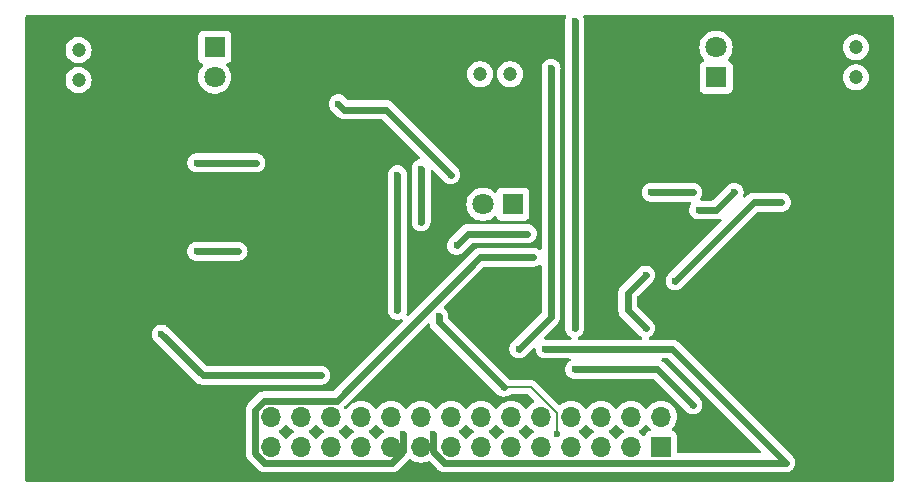
<source format=gbr>
%TF.GenerationSoftware,KiCad,Pcbnew,8.0.0*%
%TF.CreationDate,2024-03-24T21:45:21+02:00*%
%TF.ProjectId,pcb,7063622e-6b69-4636-9164-5f7063625858,rev?*%
%TF.SameCoordinates,Original*%
%TF.FileFunction,Copper,L2,Bot*%
%TF.FilePolarity,Positive*%
%FSLAX46Y46*%
G04 Gerber Fmt 4.6, Leading zero omitted, Abs format (unit mm)*
G04 Created by KiCad (PCBNEW 8.0.0) date 2024-03-24 21:45:21*
%MOMM*%
%LPD*%
G01*
G04 APERTURE LIST*
%TA.AperFunction,ComponentPad*%
%ADD10R,1.800000X1.800000*%
%TD*%
%TA.AperFunction,ComponentPad*%
%ADD11C,1.800000*%
%TD*%
%TA.AperFunction,ComponentPad*%
%ADD12C,1.200000*%
%TD*%
%TA.AperFunction,ComponentPad*%
%ADD13R,1.700000X1.700000*%
%TD*%
%TA.AperFunction,ComponentPad*%
%ADD14O,1.700000X1.700000*%
%TD*%
%TA.AperFunction,ViaPad*%
%ADD15C,0.600000*%
%TD*%
%TA.AperFunction,Conductor*%
%ADD16C,0.600000*%
%TD*%
%TA.AperFunction,Conductor*%
%ADD17C,0.200000*%
%TD*%
G04 APERTURE END LIST*
D10*
%TO.P,U1,1,A*%
%TO.N,Batt*%
X129025000Y-65725000D03*
D11*
%TO.P,U1,2,C*%
%TO.N,Net-(Q4-C)*%
X129025000Y-68265000D03*
%TD*%
D12*
%TO.P,U5,1,A*%
%TO.N,RIGHT*%
X154040000Y-68000000D03*
%TO.P,U5,2,C*%
%TO.N,3V3*%
X151500000Y-68000000D03*
%TD*%
%TO.P,U6,1,A*%
%TO.N,LEFT*%
X183300000Y-68270000D03*
%TO.P,U6,2,C*%
%TO.N,3V3*%
X183300000Y-65730000D03*
%TD*%
D10*
%TO.P,U2,1,A*%
%TO.N,Batt*%
X154275000Y-79025000D03*
D11*
%TO.P,U2,2,C*%
%TO.N,Net-(Q1-C)*%
X151735000Y-79025000D03*
%TD*%
D10*
%TO.P,U3,1,A*%
%TO.N,Batt*%
X171475000Y-68275000D03*
D11*
%TO.P,U3,2,C*%
%TO.N,Net-(Q2-C)*%
X171475000Y-65735000D03*
%TD*%
D12*
%TO.P,U4,1,A*%
%TO.N,FRONT*%
X117500000Y-65960000D03*
%TO.P,U4,2,C*%
%TO.N,3V3*%
X117500000Y-68500000D03*
%TD*%
D13*
%TO.P,J3,1,Pin_1*%
%TO.N,unconnected-(J3-Pin_1-Pad1)*%
X166820000Y-99540000D03*
D14*
%TO.P,J3,2,Pin_2*%
%TO.N,3V3*%
X166820000Y-97000000D03*
%TO.P,J3,3,Pin_3*%
%TO.N,GND*%
X164280000Y-99540000D03*
%TO.P,J3,4,Pin_4*%
%TO.N,Batt*%
X164280000Y-97000000D03*
%TO.P,J3,5,Pin_5*%
%TO.N,PA3*%
X161740000Y-99540000D03*
%TO.P,J3,6,Pin_6*%
%TO.N,unconnected-(J3-Pin_6-Pad6)*%
X161740000Y-97000000D03*
%TO.P,J3,7,Pin_7*%
%TO.N,PA4*%
X159200000Y-99540000D03*
%TO.P,J3,8,Pin_8*%
%TO.N,unconnected-(J3-Pin_8-Pad8)*%
X159200000Y-97000000D03*
%TO.P,J3,9,Pin_9*%
%TO.N,unconnected-(J3-Pin_9-Pad9)*%
X156660000Y-99540000D03*
%TO.P,J3,10,Pin_10*%
%TO.N,unconnected-(J3-Pin_10-Pad10)*%
X156660000Y-97000000D03*
%TO.P,J3,11,Pin_11*%
%TO.N,PA5*%
X154120000Y-99540000D03*
%TO.P,J3,12,Pin_12*%
%TO.N,unconnected-(J3-Pin_12-Pad12)*%
X154120000Y-97000000D03*
%TO.P,J3,13,Pin_13*%
%TO.N,PA6*%
X151580000Y-99540000D03*
%TO.P,J3,14,Pin_14*%
%TO.N,unconnected-(J3-Pin_14-Pad14)*%
X151580000Y-97000000D03*
%TO.P,J3,15,Pin_15*%
%TO.N,unconnected-(J3-Pin_15-Pad15)*%
X149040000Y-99540000D03*
%TO.P,J3,16,Pin_16*%
%TO.N,unconnected-(J3-Pin_16-Pad16)*%
X149040000Y-97000000D03*
%TO.P,J3,17,Pin_17*%
%TO.N,PA7*%
X146500000Y-99540000D03*
%TO.P,J3,18,Pin_18*%
%TO.N,unconnected-(J3-Pin_18-Pad18)*%
X146500000Y-97000000D03*
%TO.P,J3,19,Pin_19*%
%TO.N,PC4*%
X143960000Y-99540000D03*
%TO.P,J3,20,Pin_20*%
%TO.N,unconnected-(J3-Pin_20-Pad20)*%
X143960000Y-97000000D03*
%TO.P,J3,21,Pin_21*%
%TO.N,unconnected-(J3-Pin_21-Pad21)*%
X141420000Y-99540000D03*
%TO.P,J3,22,Pin_22*%
%TO.N,unconnected-(J3-Pin_22-Pad22)*%
X141420000Y-97000000D03*
%TO.P,J3,23,Pin_23*%
%TO.N,unconnected-(J3-Pin_23-Pad23)*%
X138880000Y-99540000D03*
%TO.P,J3,24,Pin_24*%
%TO.N,unconnected-(J3-Pin_24-Pad24)*%
X138880000Y-97000000D03*
%TO.P,J3,25,Pin_25*%
%TO.N,unconnected-(J3-Pin_25-Pad25)*%
X136340000Y-99540000D03*
%TO.P,J3,26,Pin_26*%
%TO.N,unconnected-(J3-Pin_26-Pad26)*%
X136340000Y-97000000D03*
%TO.P,J3,27,Pin_27*%
%TO.N,unconnected-(J3-Pin_27-Pad27)*%
X133800000Y-99540000D03*
%TO.P,J3,28,Pin_28*%
%TO.N,unconnected-(J3-Pin_28-Pad28)*%
X133800000Y-97000000D03*
%TD*%
D15*
%TO.N,GND*%
X146500000Y-76000000D03*
X149500000Y-82500000D03*
X169500000Y-78000000D03*
X131000000Y-83000000D03*
X146500000Y-80500000D03*
X166000000Y-78000000D03*
X170000000Y-79500000D03*
X155500000Y-81500000D03*
X127500000Y-83000000D03*
X173000000Y-78000000D03*
%TO.N,3V3*%
X169500000Y-96000000D03*
X159500000Y-89500000D03*
X159500000Y-63535000D03*
X159500000Y-93000000D03*
%TO.N,PA4*%
X153500000Y-94500000D03*
X158000000Y-98500000D03*
X144500000Y-88000000D03*
X144500000Y-76500000D03*
X148000000Y-88500000D03*
%TO.N,PA7*%
X157000000Y-91270000D03*
X147500000Y-98500000D03*
%TO.N,PC4*%
X145000000Y-98500000D03*
X156000000Y-83500000D03*
%TO.N,PA5*%
X165500000Y-85000000D03*
X165500000Y-89500000D03*
%TO.N,RIGHT*%
X138000000Y-93500000D03*
X124500000Y-90000000D03*
X154770000Y-91270000D03*
X157500000Y-67500000D03*
%TO.N,LEFT*%
X168000000Y-85500000D03*
X177000000Y-78850000D03*
%TO.N,FRONT*%
X132500000Y-75500000D03*
X127500000Y-75500000D03*
%TO.N,Net-(Q1-C)*%
X139500000Y-70500000D03*
X149000000Y-76500000D03*
%TD*%
D16*
%TO.N,GND*%
X171500000Y-79500000D02*
X173000000Y-78000000D01*
X170000000Y-79500000D02*
X171500000Y-79500000D01*
X146500000Y-76000000D02*
X146500000Y-80500000D01*
X131000000Y-83000000D02*
X127500000Y-83000000D01*
X150500000Y-81500000D02*
X155500000Y-81500000D01*
X166000000Y-78000000D02*
X169500000Y-78000000D01*
X149500000Y-82500000D02*
X150500000Y-81500000D01*
%TO.N,3V3*%
X166500000Y-93000000D02*
X159500000Y-93000000D01*
X169500000Y-96000000D02*
X166500000Y-93000000D01*
X159500000Y-89500000D02*
X159500000Y-63535000D01*
D17*
%TO.N,PA4*%
X155786346Y-94500000D02*
X158000000Y-96713654D01*
D16*
X144500000Y-76500000D02*
X144500000Y-88000000D01*
D17*
X158000000Y-96713654D02*
X158000000Y-98500000D01*
X153500000Y-94500000D02*
X155786346Y-94500000D01*
D16*
X148000000Y-89000000D02*
X148000000Y-88500000D01*
X153500000Y-94500000D02*
X148000000Y-89000000D01*
%TO.N,PA7*%
X148480811Y-100890000D02*
X177390000Y-100890000D01*
X167770000Y-91270000D02*
X157000000Y-91270000D01*
X177390000Y-100890000D02*
X167770000Y-91270000D01*
X147500000Y-98500000D02*
X147500000Y-99909189D01*
X147500000Y-99909189D02*
X148480811Y-100890000D01*
%TO.N,PC4*%
X139350000Y-95650000D02*
X151500000Y-83500000D01*
X133240811Y-95650000D02*
X139350000Y-95650000D01*
X145000000Y-99949189D02*
X144059189Y-100890000D01*
X151500000Y-83500000D02*
X156000000Y-83500000D01*
X144059189Y-100890000D02*
X133240811Y-100890000D01*
X133240811Y-100890000D02*
X132450000Y-100099189D01*
X132450000Y-100099189D02*
X132450000Y-96440811D01*
X145000000Y-98500000D02*
X145000000Y-99949189D01*
X132450000Y-96440811D02*
X133240811Y-95650000D01*
%TO.N,PA5*%
X165500000Y-85000000D02*
X164000000Y-86500000D01*
X164000000Y-86500000D02*
X164000000Y-88000000D01*
X164000000Y-88000000D02*
X165500000Y-89500000D01*
%TO.N,RIGHT*%
X138000000Y-93500000D02*
X128000000Y-93500000D01*
X157500000Y-67500000D02*
X157500000Y-88540000D01*
X157500000Y-88540000D02*
X154770000Y-91270000D01*
X128000000Y-93500000D02*
X124500000Y-90000000D01*
%TO.N,LEFT*%
X174650000Y-78850000D02*
X177000000Y-78850000D01*
X168000000Y-85500000D02*
X174650000Y-78850000D01*
%TO.N,FRONT*%
X132500000Y-75500000D02*
X127500000Y-75500000D01*
%TO.N,Net-(Q1-C)*%
X140000000Y-71000000D02*
X143500000Y-71000000D01*
X143500000Y-71000000D02*
X149000000Y-76500000D01*
X139500000Y-70500000D02*
X140000000Y-71000000D01*
%TD*%
%TA.AperFunction,NonConductor*%
G36*
X147142208Y-89092383D02*
G01*
X147198141Y-89134255D01*
X147220491Y-89184373D01*
X147230261Y-89233491D01*
X147230264Y-89233501D01*
X147290602Y-89379172D01*
X147290609Y-89379185D01*
X147378210Y-89510288D01*
X147378213Y-89510292D01*
X150142133Y-92274211D01*
X152870184Y-95002262D01*
X152997738Y-95129816D01*
X153063131Y-95170905D01*
X153066040Y-95172790D01*
X153120821Y-95209394D01*
X153121606Y-95209719D01*
X153140134Y-95219289D01*
X153150478Y-95225789D01*
X153211111Y-95247005D01*
X153211114Y-95247006D01*
X153217611Y-95249486D01*
X153266503Y-95269738D01*
X153266510Y-95269739D01*
X153266512Y-95269740D01*
X153280142Y-95272451D01*
X153296907Y-95277026D01*
X153320745Y-95285368D01*
X153371711Y-95291109D01*
X153381998Y-95292710D01*
X153399562Y-95296204D01*
X153421155Y-95300500D01*
X153421158Y-95300500D01*
X153448085Y-95300500D01*
X153461969Y-95301280D01*
X153499998Y-95305565D01*
X153500000Y-95305565D01*
X153500002Y-95305565D01*
X153538031Y-95301280D01*
X153551915Y-95300500D01*
X153578845Y-95300500D01*
X153591003Y-95298080D01*
X153618009Y-95292708D01*
X153628285Y-95291110D01*
X153679255Y-95285368D01*
X153703100Y-95277023D01*
X153719848Y-95272452D01*
X153733498Y-95269738D01*
X153782387Y-95249487D01*
X153788872Y-95247010D01*
X153849522Y-95225789D01*
X153859852Y-95219297D01*
X153878389Y-95209721D01*
X153878401Y-95209716D01*
X153879179Y-95209394D01*
X153933997Y-95172764D01*
X153936859Y-95170910D01*
X153991116Y-95136819D01*
X154002262Y-95129816D01*
X154002263Y-95129815D01*
X154005098Y-95127555D01*
X154007277Y-95126665D01*
X154008161Y-95126110D01*
X154008258Y-95126264D01*
X154069784Y-95101145D01*
X154082413Y-95100500D01*
X155486249Y-95100500D01*
X155553288Y-95120185D01*
X155573930Y-95136819D01*
X156048522Y-95611411D01*
X156082007Y-95672734D01*
X156077023Y-95742426D01*
X156035151Y-95798359D01*
X156013246Y-95811474D01*
X155982171Y-95825964D01*
X155982169Y-95825965D01*
X155788597Y-95961505D01*
X155621505Y-96128597D01*
X155491575Y-96314158D01*
X155436998Y-96357783D01*
X155367500Y-96364977D01*
X155305145Y-96333454D01*
X155288425Y-96314158D01*
X155158494Y-96128597D01*
X154991402Y-95961506D01*
X154991395Y-95961501D01*
X154982176Y-95955046D01*
X154933774Y-95921154D01*
X154797834Y-95825967D01*
X154797830Y-95825965D01*
X154717887Y-95788687D01*
X154583663Y-95726097D01*
X154583659Y-95726096D01*
X154583655Y-95726094D01*
X154355413Y-95664938D01*
X154355403Y-95664936D01*
X154120001Y-95644341D01*
X154119999Y-95644341D01*
X153884596Y-95664936D01*
X153884586Y-95664938D01*
X153656344Y-95726094D01*
X153656335Y-95726098D01*
X153442171Y-95825964D01*
X153442169Y-95825965D01*
X153248597Y-95961505D01*
X153081505Y-96128597D01*
X152951575Y-96314158D01*
X152896998Y-96357783D01*
X152827500Y-96364977D01*
X152765145Y-96333454D01*
X152748425Y-96314158D01*
X152618494Y-96128597D01*
X152451402Y-95961506D01*
X152451395Y-95961501D01*
X152442176Y-95955046D01*
X152393774Y-95921154D01*
X152257834Y-95825967D01*
X152257830Y-95825965D01*
X152177887Y-95788687D01*
X152043663Y-95726097D01*
X152043659Y-95726096D01*
X152043655Y-95726094D01*
X151815413Y-95664938D01*
X151815403Y-95664936D01*
X151580001Y-95644341D01*
X151579999Y-95644341D01*
X151344596Y-95664936D01*
X151344586Y-95664938D01*
X151116344Y-95726094D01*
X151116335Y-95726098D01*
X150902171Y-95825964D01*
X150902169Y-95825965D01*
X150708597Y-95961505D01*
X150541505Y-96128597D01*
X150411575Y-96314158D01*
X150356998Y-96357783D01*
X150287500Y-96364977D01*
X150225145Y-96333454D01*
X150208425Y-96314158D01*
X150078494Y-96128597D01*
X149911402Y-95961506D01*
X149911395Y-95961501D01*
X149902176Y-95955046D01*
X149853774Y-95921154D01*
X149717834Y-95825967D01*
X149717830Y-95825965D01*
X149637887Y-95788687D01*
X149503663Y-95726097D01*
X149503659Y-95726096D01*
X149503655Y-95726094D01*
X149275413Y-95664938D01*
X149275403Y-95664936D01*
X149040001Y-95644341D01*
X149039999Y-95644341D01*
X148804596Y-95664936D01*
X148804586Y-95664938D01*
X148576344Y-95726094D01*
X148576335Y-95726098D01*
X148362171Y-95825964D01*
X148362169Y-95825965D01*
X148168597Y-95961505D01*
X148001505Y-96128597D01*
X147871575Y-96314158D01*
X147816998Y-96357783D01*
X147747500Y-96364977D01*
X147685145Y-96333454D01*
X147668425Y-96314158D01*
X147538494Y-96128597D01*
X147371402Y-95961506D01*
X147371395Y-95961501D01*
X147362176Y-95955046D01*
X147313774Y-95921154D01*
X147177834Y-95825967D01*
X147177830Y-95825965D01*
X147097887Y-95788687D01*
X146963663Y-95726097D01*
X146963659Y-95726096D01*
X146963655Y-95726094D01*
X146735413Y-95664938D01*
X146735403Y-95664936D01*
X146500001Y-95644341D01*
X146499999Y-95644341D01*
X146264596Y-95664936D01*
X146264586Y-95664938D01*
X146036344Y-95726094D01*
X146036335Y-95726098D01*
X145822171Y-95825964D01*
X145822169Y-95825965D01*
X145628597Y-95961505D01*
X145461505Y-96128597D01*
X145331575Y-96314158D01*
X145276998Y-96357783D01*
X145207500Y-96364977D01*
X145145145Y-96333454D01*
X145128425Y-96314158D01*
X144998494Y-96128597D01*
X144831402Y-95961506D01*
X144831395Y-95961501D01*
X144822176Y-95955046D01*
X144773774Y-95921154D01*
X144637834Y-95825967D01*
X144637830Y-95825965D01*
X144557887Y-95788687D01*
X144423663Y-95726097D01*
X144423659Y-95726096D01*
X144423655Y-95726094D01*
X144195413Y-95664938D01*
X144195403Y-95664936D01*
X143960001Y-95644341D01*
X143959999Y-95644341D01*
X143724596Y-95664936D01*
X143724586Y-95664938D01*
X143496344Y-95726094D01*
X143496335Y-95726098D01*
X143282171Y-95825964D01*
X143282169Y-95825965D01*
X143088597Y-95961505D01*
X142921505Y-96128597D01*
X142791575Y-96314158D01*
X142736998Y-96357783D01*
X142667500Y-96364977D01*
X142605145Y-96333454D01*
X142588425Y-96314158D01*
X142458494Y-96128597D01*
X142291402Y-95961506D01*
X142291395Y-95961501D01*
X142282176Y-95955046D01*
X142233774Y-95921154D01*
X142097834Y-95825967D01*
X142097830Y-95825965D01*
X142017887Y-95788687D01*
X141883663Y-95726097D01*
X141883659Y-95726096D01*
X141883655Y-95726094D01*
X141655413Y-95664938D01*
X141655403Y-95664936D01*
X141420001Y-95644341D01*
X141419999Y-95644341D01*
X141184596Y-95664936D01*
X141184586Y-95664938D01*
X140956344Y-95726094D01*
X140956335Y-95726098D01*
X140742171Y-95825964D01*
X140742169Y-95825965D01*
X140548597Y-95961505D01*
X140381508Y-96128594D01*
X140251574Y-96314159D01*
X140196997Y-96357784D01*
X140127498Y-96364976D01*
X140065144Y-96333454D01*
X140048424Y-96314158D01*
X140013172Y-96263812D01*
X139990845Y-96197606D01*
X140007857Y-96129839D01*
X140027063Y-96105013D01*
X147011195Y-89120882D01*
X147072516Y-89087399D01*
X147142208Y-89092383D01*
G37*
%TD.AperFunction*%
%TA.AperFunction,NonConductor*%
G36*
X165634855Y-97666546D02*
G01*
X165651575Y-97685842D01*
X165781501Y-97871396D01*
X165781506Y-97871402D01*
X165903430Y-97993326D01*
X165936915Y-98054649D01*
X165931931Y-98124341D01*
X165890059Y-98180274D01*
X165859083Y-98197189D01*
X165727669Y-98246203D01*
X165727664Y-98246206D01*
X165612455Y-98332452D01*
X165612452Y-98332455D01*
X165526206Y-98447664D01*
X165526203Y-98447669D01*
X165477189Y-98579083D01*
X165435317Y-98635016D01*
X165369853Y-98659433D01*
X165301580Y-98644581D01*
X165273326Y-98623430D01*
X165151402Y-98501506D01*
X165151396Y-98501501D01*
X164965842Y-98371575D01*
X164922217Y-98316998D01*
X164915023Y-98247500D01*
X164946546Y-98185145D01*
X164965842Y-98168425D01*
X165078054Y-98089853D01*
X165151401Y-98038495D01*
X165318495Y-97871401D01*
X165448425Y-97685842D01*
X165503002Y-97642217D01*
X165572500Y-97635023D01*
X165634855Y-97666546D01*
G37*
%TD.AperFunction*%
%TA.AperFunction,NonConductor*%
G36*
X163094855Y-97666546D02*
G01*
X163111575Y-97685842D01*
X163241501Y-97871396D01*
X163241506Y-97871402D01*
X163408597Y-98038493D01*
X163408603Y-98038498D01*
X163594158Y-98168425D01*
X163637783Y-98223002D01*
X163644977Y-98292500D01*
X163613454Y-98354855D01*
X163594158Y-98371575D01*
X163408597Y-98501505D01*
X163241505Y-98668597D01*
X163111575Y-98854158D01*
X163056998Y-98897783D01*
X162987500Y-98904977D01*
X162925145Y-98873454D01*
X162908425Y-98854158D01*
X162778494Y-98668597D01*
X162611402Y-98501506D01*
X162611396Y-98501501D01*
X162425842Y-98371575D01*
X162382217Y-98316998D01*
X162375023Y-98247500D01*
X162406546Y-98185145D01*
X162425842Y-98168425D01*
X162538054Y-98089853D01*
X162611401Y-98038495D01*
X162778495Y-97871401D01*
X162908425Y-97685842D01*
X162963002Y-97642217D01*
X163032500Y-97635023D01*
X163094855Y-97666546D01*
G37*
%TD.AperFunction*%
%TA.AperFunction,NonConductor*%
G36*
X160554855Y-97666546D02*
G01*
X160571575Y-97685842D01*
X160701501Y-97871396D01*
X160701506Y-97871402D01*
X160868597Y-98038493D01*
X160868603Y-98038498D01*
X161054158Y-98168425D01*
X161097783Y-98223002D01*
X161104977Y-98292500D01*
X161073454Y-98354855D01*
X161054158Y-98371575D01*
X160868597Y-98501505D01*
X160701505Y-98668597D01*
X160571575Y-98854158D01*
X160516998Y-98897783D01*
X160447500Y-98904977D01*
X160385145Y-98873454D01*
X160368425Y-98854158D01*
X160238494Y-98668597D01*
X160071402Y-98501506D01*
X160071396Y-98501501D01*
X159885842Y-98371575D01*
X159842217Y-98316998D01*
X159835023Y-98247500D01*
X159866546Y-98185145D01*
X159885842Y-98168425D01*
X159998054Y-98089853D01*
X160071401Y-98038495D01*
X160238495Y-97871401D01*
X160368425Y-97685842D01*
X160423002Y-97642217D01*
X160492500Y-97635023D01*
X160554855Y-97666546D01*
G37*
%TD.AperFunction*%
%TA.AperFunction,NonConductor*%
G36*
X155474855Y-97666546D02*
G01*
X155491575Y-97685842D01*
X155621501Y-97871396D01*
X155621506Y-97871402D01*
X155788597Y-98038493D01*
X155788603Y-98038498D01*
X155974158Y-98168425D01*
X156017783Y-98223002D01*
X156024977Y-98292500D01*
X155993454Y-98354855D01*
X155974158Y-98371575D01*
X155788597Y-98501505D01*
X155621505Y-98668597D01*
X155491575Y-98854158D01*
X155436998Y-98897783D01*
X155367500Y-98904977D01*
X155305145Y-98873454D01*
X155288425Y-98854158D01*
X155158494Y-98668597D01*
X154991402Y-98501506D01*
X154991396Y-98501501D01*
X154805842Y-98371575D01*
X154762217Y-98316998D01*
X154755023Y-98247500D01*
X154786546Y-98185145D01*
X154805842Y-98168425D01*
X154918054Y-98089853D01*
X154991401Y-98038495D01*
X155158495Y-97871401D01*
X155288425Y-97685842D01*
X155343002Y-97642217D01*
X155412500Y-97635023D01*
X155474855Y-97666546D01*
G37*
%TD.AperFunction*%
%TA.AperFunction,NonConductor*%
G36*
X152934855Y-97666546D02*
G01*
X152951575Y-97685842D01*
X153081501Y-97871396D01*
X153081506Y-97871402D01*
X153248597Y-98038493D01*
X153248603Y-98038498D01*
X153434158Y-98168425D01*
X153477783Y-98223002D01*
X153484977Y-98292500D01*
X153453454Y-98354855D01*
X153434158Y-98371575D01*
X153248597Y-98501505D01*
X153081505Y-98668597D01*
X152951575Y-98854158D01*
X152896998Y-98897783D01*
X152827500Y-98904977D01*
X152765145Y-98873454D01*
X152748425Y-98854158D01*
X152618494Y-98668597D01*
X152451402Y-98501506D01*
X152451396Y-98501501D01*
X152265842Y-98371575D01*
X152222217Y-98316998D01*
X152215023Y-98247500D01*
X152246546Y-98185145D01*
X152265842Y-98168425D01*
X152378054Y-98089853D01*
X152451401Y-98038495D01*
X152618495Y-97871401D01*
X152748425Y-97685842D01*
X152803002Y-97642217D01*
X152872500Y-97635023D01*
X152934855Y-97666546D01*
G37*
%TD.AperFunction*%
%TA.AperFunction,NonConductor*%
G36*
X150394855Y-97666546D02*
G01*
X150411575Y-97685842D01*
X150541501Y-97871396D01*
X150541506Y-97871402D01*
X150708597Y-98038493D01*
X150708603Y-98038498D01*
X150894158Y-98168425D01*
X150937783Y-98223002D01*
X150944977Y-98292500D01*
X150913454Y-98354855D01*
X150894158Y-98371575D01*
X150708597Y-98501505D01*
X150541505Y-98668597D01*
X150411575Y-98854158D01*
X150356998Y-98897783D01*
X150287500Y-98904977D01*
X150225145Y-98873454D01*
X150208425Y-98854158D01*
X150078494Y-98668597D01*
X149911402Y-98501506D01*
X149911396Y-98501501D01*
X149725842Y-98371575D01*
X149682217Y-98316998D01*
X149675023Y-98247500D01*
X149706546Y-98185145D01*
X149725842Y-98168425D01*
X149838054Y-98089853D01*
X149911401Y-98038495D01*
X150078495Y-97871401D01*
X150208425Y-97685842D01*
X150263002Y-97642217D01*
X150332500Y-97635023D01*
X150394855Y-97666546D01*
G37*
%TD.AperFunction*%
%TA.AperFunction,NonConductor*%
G36*
X142774855Y-97666546D02*
G01*
X142791575Y-97685842D01*
X142921501Y-97871396D01*
X142921506Y-97871402D01*
X143088597Y-98038493D01*
X143088603Y-98038498D01*
X143274158Y-98168425D01*
X143317783Y-98223002D01*
X143324977Y-98292500D01*
X143293454Y-98354855D01*
X143274158Y-98371575D01*
X143088597Y-98501505D01*
X142921505Y-98668597D01*
X142791575Y-98854158D01*
X142736998Y-98897783D01*
X142667500Y-98904977D01*
X142605145Y-98873454D01*
X142588425Y-98854158D01*
X142458494Y-98668597D01*
X142291402Y-98501506D01*
X142291396Y-98501501D01*
X142105842Y-98371575D01*
X142062217Y-98316998D01*
X142055023Y-98247500D01*
X142086546Y-98185145D01*
X142105842Y-98168425D01*
X142218054Y-98089853D01*
X142291401Y-98038495D01*
X142458495Y-97871401D01*
X142588425Y-97685842D01*
X142643002Y-97642217D01*
X142712500Y-97635023D01*
X142774855Y-97666546D01*
G37*
%TD.AperFunction*%
%TA.AperFunction,NonConductor*%
G36*
X140234855Y-97666546D02*
G01*
X140251575Y-97685842D01*
X140381501Y-97871396D01*
X140381506Y-97871402D01*
X140548597Y-98038493D01*
X140548603Y-98038498D01*
X140734158Y-98168425D01*
X140777783Y-98223002D01*
X140784977Y-98292500D01*
X140753454Y-98354855D01*
X140734158Y-98371575D01*
X140548597Y-98501505D01*
X140381505Y-98668597D01*
X140251575Y-98854158D01*
X140196998Y-98897783D01*
X140127500Y-98904977D01*
X140065145Y-98873454D01*
X140048425Y-98854158D01*
X139918494Y-98668597D01*
X139751402Y-98501506D01*
X139751396Y-98501501D01*
X139565842Y-98371575D01*
X139522217Y-98316998D01*
X139515023Y-98247500D01*
X139546546Y-98185145D01*
X139565842Y-98168425D01*
X139678054Y-98089853D01*
X139751401Y-98038495D01*
X139918495Y-97871401D01*
X140048425Y-97685842D01*
X140103002Y-97642217D01*
X140172500Y-97635023D01*
X140234855Y-97666546D01*
G37*
%TD.AperFunction*%
%TA.AperFunction,NonConductor*%
G36*
X137694855Y-97666546D02*
G01*
X137711575Y-97685842D01*
X137841501Y-97871396D01*
X137841506Y-97871402D01*
X138008597Y-98038493D01*
X138008603Y-98038498D01*
X138194158Y-98168425D01*
X138237783Y-98223002D01*
X138244977Y-98292500D01*
X138213454Y-98354855D01*
X138194158Y-98371575D01*
X138008597Y-98501505D01*
X137841505Y-98668597D01*
X137711575Y-98854158D01*
X137656998Y-98897783D01*
X137587500Y-98904977D01*
X137525145Y-98873454D01*
X137508425Y-98854158D01*
X137378494Y-98668597D01*
X137211402Y-98501506D01*
X137211396Y-98501501D01*
X137025842Y-98371575D01*
X136982217Y-98316998D01*
X136975023Y-98247500D01*
X137006546Y-98185145D01*
X137025842Y-98168425D01*
X137138054Y-98089853D01*
X137211401Y-98038495D01*
X137378495Y-97871401D01*
X137508425Y-97685842D01*
X137563002Y-97642217D01*
X137632500Y-97635023D01*
X137694855Y-97666546D01*
G37*
%TD.AperFunction*%
%TA.AperFunction,NonConductor*%
G36*
X135154855Y-97666546D02*
G01*
X135171575Y-97685842D01*
X135301501Y-97871396D01*
X135301506Y-97871402D01*
X135468597Y-98038493D01*
X135468603Y-98038498D01*
X135654158Y-98168425D01*
X135697783Y-98223002D01*
X135704977Y-98292500D01*
X135673454Y-98354855D01*
X135654158Y-98371575D01*
X135468597Y-98501505D01*
X135301505Y-98668597D01*
X135171575Y-98854158D01*
X135116998Y-98897783D01*
X135047500Y-98904977D01*
X134985145Y-98873454D01*
X134968425Y-98854158D01*
X134838494Y-98668597D01*
X134671402Y-98501506D01*
X134671396Y-98501501D01*
X134485842Y-98371575D01*
X134442217Y-98316998D01*
X134435023Y-98247500D01*
X134466546Y-98185145D01*
X134485842Y-98168425D01*
X134598054Y-98089853D01*
X134671401Y-98038495D01*
X134838495Y-97871401D01*
X134968425Y-97685842D01*
X135023002Y-97642217D01*
X135092500Y-97635023D01*
X135154855Y-97666546D01*
G37*
%TD.AperFunction*%
%TA.AperFunction,NonConductor*%
G36*
X156631547Y-84119401D02*
G01*
X156682450Y-84167261D01*
X156699500Y-84230012D01*
X156699500Y-88157060D01*
X156679815Y-88224099D01*
X156663181Y-88244741D01*
X154140186Y-90767735D01*
X154140180Y-90767742D01*
X154099092Y-90833132D01*
X154097209Y-90836038D01*
X154060606Y-90890821D01*
X154060604Y-90890824D01*
X154060600Y-90890832D01*
X154060266Y-90891639D01*
X154050713Y-90910127D01*
X154044212Y-90920474D01*
X154044210Y-90920477D01*
X154022982Y-90981140D01*
X154020504Y-90987631D01*
X154000264Y-91036496D01*
X154000263Y-91036502D01*
X153997550Y-91050140D01*
X153992975Y-91066898D01*
X153984634Y-91090735D01*
X153984632Y-91090742D01*
X153978890Y-91141696D01*
X153977288Y-91151994D01*
X153969500Y-91191152D01*
X153969500Y-91218085D01*
X153968720Y-91231969D01*
X153964435Y-91269998D01*
X153964435Y-91270001D01*
X153968720Y-91308029D01*
X153969500Y-91321914D01*
X153969500Y-91348844D01*
X153977288Y-91388003D01*
X153978890Y-91398303D01*
X153984632Y-91449252D01*
X153984633Y-91449260D01*
X153992976Y-91473104D01*
X153997550Y-91489860D01*
X154000262Y-91503496D01*
X154020509Y-91552377D01*
X154022988Y-91558872D01*
X154044212Y-91619524D01*
X154050709Y-91629865D01*
X154060268Y-91648365D01*
X154060603Y-91649173D01*
X154060605Y-91649179D01*
X154097223Y-91703982D01*
X154099114Y-91706900D01*
X154140180Y-91772257D01*
X154140182Y-91772260D01*
X154140184Y-91772262D01*
X154267738Y-91899816D01*
X154333096Y-91940883D01*
X154333131Y-91940905D01*
X154336040Y-91942790D01*
X154390821Y-91979394D01*
X154391606Y-91979719D01*
X154410134Y-91989289D01*
X154420478Y-91995789D01*
X154481175Y-92017028D01*
X154487607Y-92019484D01*
X154516021Y-92031253D01*
X154536497Y-92039735D01*
X154536498Y-92039735D01*
X154536503Y-92039737D01*
X154550139Y-92042449D01*
X154566898Y-92047023D01*
X154590745Y-92055368D01*
X154641714Y-92061110D01*
X154651992Y-92062709D01*
X154679140Y-92068109D01*
X154691157Y-92070500D01*
X154691158Y-92070500D01*
X154718085Y-92070500D01*
X154731969Y-92071280D01*
X154769998Y-92075565D01*
X154770000Y-92075565D01*
X154770002Y-92075565D01*
X154808031Y-92071280D01*
X154821915Y-92070500D01*
X154848841Y-92070500D01*
X154848842Y-92070500D01*
X154888017Y-92062707D01*
X154898283Y-92061110D01*
X154949255Y-92055368D01*
X154973100Y-92047023D01*
X154989862Y-92042448D01*
X155003497Y-92039737D01*
X155052389Y-92019484D01*
X155058837Y-92017023D01*
X155119522Y-91995789D01*
X155129868Y-91989287D01*
X155148390Y-91979720D01*
X155149179Y-91979394D01*
X155203987Y-91942771D01*
X155206825Y-91940931D01*
X155272262Y-91899816D01*
X155399816Y-91772262D01*
X155982758Y-91189318D01*
X156044081Y-91155834D01*
X156113772Y-91160818D01*
X156169706Y-91202689D01*
X156193659Y-91263115D01*
X156198720Y-91308029D01*
X156199500Y-91321914D01*
X156199500Y-91348844D01*
X156207288Y-91388003D01*
X156208890Y-91398303D01*
X156214632Y-91449252D01*
X156214633Y-91449260D01*
X156222976Y-91473104D01*
X156227550Y-91489860D01*
X156230262Y-91503496D01*
X156250509Y-91552377D01*
X156252988Y-91558872D01*
X156274212Y-91619524D01*
X156280709Y-91629865D01*
X156290268Y-91648365D01*
X156290603Y-91649173D01*
X156290605Y-91649179D01*
X156327223Y-91703982D01*
X156329114Y-91706900D01*
X156370180Y-91772257D01*
X156370182Y-91772260D01*
X156370184Y-91772262D01*
X156497738Y-91899816D01*
X156563096Y-91940883D01*
X156563131Y-91940905D01*
X156566040Y-91942790D01*
X156620821Y-91979394D01*
X156621606Y-91979719D01*
X156640134Y-91989289D01*
X156650478Y-91995789D01*
X156711175Y-92017028D01*
X156717607Y-92019484D01*
X156746021Y-92031253D01*
X156766497Y-92039735D01*
X156766498Y-92039735D01*
X156766503Y-92039737D01*
X156780139Y-92042449D01*
X156796898Y-92047023D01*
X156820745Y-92055368D01*
X156871714Y-92061110D01*
X156881992Y-92062709D01*
X156909140Y-92068109D01*
X156921157Y-92070500D01*
X156921158Y-92070500D01*
X156948085Y-92070500D01*
X156961969Y-92071280D01*
X156999998Y-92075565D01*
X157000000Y-92075565D01*
X157000002Y-92075565D01*
X157038031Y-92071280D01*
X157051915Y-92070500D01*
X159041460Y-92070500D01*
X159108499Y-92090185D01*
X159154254Y-92142989D01*
X159164198Y-92212147D01*
X159135173Y-92275703D01*
X159110349Y-92297602D01*
X159092090Y-92309802D01*
X159066046Y-92327204D01*
X159063132Y-92329092D01*
X158997742Y-92370180D01*
X158997735Y-92370186D01*
X158870186Y-92497735D01*
X158870180Y-92497742D01*
X158829092Y-92563132D01*
X158827204Y-92566047D01*
X158790604Y-92620824D01*
X158790600Y-92620832D01*
X158790266Y-92621639D01*
X158780713Y-92640127D01*
X158774212Y-92650474D01*
X158774210Y-92650477D01*
X158752982Y-92711140D01*
X158750504Y-92717631D01*
X158730264Y-92766496D01*
X158730263Y-92766502D01*
X158727550Y-92780140D01*
X158722975Y-92796898D01*
X158714634Y-92820735D01*
X158714632Y-92820742D01*
X158708890Y-92871696D01*
X158707288Y-92881994D01*
X158699500Y-92921152D01*
X158699500Y-92948085D01*
X158698720Y-92961969D01*
X158694435Y-92999998D01*
X158694435Y-93000001D01*
X158698720Y-93038029D01*
X158699500Y-93051914D01*
X158699500Y-93078844D01*
X158707288Y-93118003D01*
X158708890Y-93128303D01*
X158714632Y-93179252D01*
X158714633Y-93179260D01*
X158722976Y-93203104D01*
X158727550Y-93219860D01*
X158730262Y-93233496D01*
X158750509Y-93282377D01*
X158752986Y-93288867D01*
X158764141Y-93320746D01*
X158774212Y-93349524D01*
X158780709Y-93359865D01*
X158790268Y-93378365D01*
X158790603Y-93379173D01*
X158790605Y-93379179D01*
X158827223Y-93433982D01*
X158829114Y-93436900D01*
X158870180Y-93502257D01*
X158870182Y-93502260D01*
X158870184Y-93502262D01*
X158997738Y-93629816D01*
X159063131Y-93670905D01*
X159066040Y-93672790D01*
X159120821Y-93709394D01*
X159121606Y-93709719D01*
X159140134Y-93719289D01*
X159150478Y-93725789D01*
X159211175Y-93747028D01*
X159217607Y-93749484D01*
X159246021Y-93761253D01*
X159266497Y-93769735D01*
X159266498Y-93769735D01*
X159266503Y-93769737D01*
X159280139Y-93772449D01*
X159296898Y-93777023D01*
X159320745Y-93785368D01*
X159371714Y-93791110D01*
X159381992Y-93792709D01*
X159409140Y-93798109D01*
X159421157Y-93800500D01*
X159421158Y-93800500D01*
X159448085Y-93800500D01*
X159461969Y-93801280D01*
X159499998Y-93805565D01*
X159500000Y-93805565D01*
X159500002Y-93805565D01*
X159538031Y-93801280D01*
X159551915Y-93800500D01*
X166117060Y-93800500D01*
X166184099Y-93820185D01*
X166204741Y-93836819D01*
X168870184Y-96502262D01*
X168997738Y-96629816D01*
X169063096Y-96670883D01*
X169063131Y-96670905D01*
X169066040Y-96672790D01*
X169120821Y-96709394D01*
X169121606Y-96709719D01*
X169140134Y-96719289D01*
X169150478Y-96725789D01*
X169211114Y-96747006D01*
X169217611Y-96749486D01*
X169266503Y-96769738D01*
X169266510Y-96769739D01*
X169266512Y-96769740D01*
X169280142Y-96772451D01*
X169296907Y-96777026D01*
X169320745Y-96785368D01*
X169371711Y-96791109D01*
X169381998Y-96792710D01*
X169399562Y-96796204D01*
X169421155Y-96800500D01*
X169421158Y-96800500D01*
X169448085Y-96800500D01*
X169461969Y-96801280D01*
X169499998Y-96805565D01*
X169500000Y-96805565D01*
X169500002Y-96805565D01*
X169538031Y-96801280D01*
X169551915Y-96800500D01*
X169578845Y-96800500D01*
X169591003Y-96798080D01*
X169618009Y-96792708D01*
X169628285Y-96791110D01*
X169679255Y-96785368D01*
X169703095Y-96777025D01*
X169719845Y-96772452D01*
X169733497Y-96769738D01*
X169782407Y-96749477D01*
X169788837Y-96747022D01*
X169849522Y-96725789D01*
X169859868Y-96719287D01*
X169878390Y-96709720D01*
X169879179Y-96709394D01*
X169933987Y-96672771D01*
X169936825Y-96670931D01*
X170002262Y-96629816D01*
X170129816Y-96502262D01*
X170170931Y-96436825D01*
X170172777Y-96433979D01*
X170209389Y-96379186D01*
X170209394Y-96379179D01*
X170209720Y-96378390D01*
X170219287Y-96359868D01*
X170225789Y-96349522D01*
X170247022Y-96288837D01*
X170249477Y-96282407D01*
X170269738Y-96233497D01*
X170272452Y-96219845D01*
X170277025Y-96203095D01*
X170285368Y-96179255D01*
X170291110Y-96128285D01*
X170292708Y-96118009D01*
X170300500Y-96078843D01*
X170300500Y-96051914D01*
X170301280Y-96038029D01*
X170305565Y-96000001D01*
X170305565Y-95999998D01*
X170301280Y-95961969D01*
X170300500Y-95948085D01*
X170300500Y-95921154D01*
X170292712Y-95882010D01*
X170291109Y-95871711D01*
X170285368Y-95820745D01*
X170277026Y-95796907D01*
X170272451Y-95780142D01*
X170269740Y-95766512D01*
X170269739Y-95766510D01*
X170269738Y-95766503D01*
X170249486Y-95717611D01*
X170247006Y-95711114D01*
X170225789Y-95650478D01*
X170219289Y-95640134D01*
X170209719Y-95621606D01*
X170209394Y-95620821D01*
X170172790Y-95566040D01*
X170170905Y-95563131D01*
X170129815Y-95497737D01*
X170002262Y-95370184D01*
X167010292Y-92378213D01*
X167010288Y-92378210D01*
X166889650Y-92297602D01*
X166844845Y-92243990D01*
X166836138Y-92174665D01*
X166866292Y-92111637D01*
X166925736Y-92074918D01*
X166958541Y-92070500D01*
X167387060Y-92070500D01*
X167454099Y-92090185D01*
X167474741Y-92106819D01*
X175245741Y-99877819D01*
X175279226Y-99939142D01*
X175274242Y-100008834D01*
X175232370Y-100064767D01*
X175166906Y-100089184D01*
X175158060Y-100089500D01*
X168294500Y-100089500D01*
X168227461Y-100069815D01*
X168181706Y-100017011D01*
X168170500Y-99965500D01*
X168170499Y-98642129D01*
X168170498Y-98642123D01*
X168164091Y-98582516D01*
X168113797Y-98447671D01*
X168113793Y-98447664D01*
X168027547Y-98332455D01*
X168027544Y-98332452D01*
X167912335Y-98246206D01*
X167912328Y-98246202D01*
X167780917Y-98197189D01*
X167724983Y-98155318D01*
X167700566Y-98089853D01*
X167715418Y-98021580D01*
X167736563Y-97993332D01*
X167858495Y-97871401D01*
X167994035Y-97677830D01*
X168093903Y-97463663D01*
X168155063Y-97235408D01*
X168175659Y-97000000D01*
X168155063Y-96764592D01*
X168093903Y-96536337D01*
X167994035Y-96322171D01*
X167988425Y-96314158D01*
X167858494Y-96128597D01*
X167691402Y-95961506D01*
X167691395Y-95961501D01*
X167682176Y-95955046D01*
X167633774Y-95921154D01*
X167497834Y-95825967D01*
X167497830Y-95825965D01*
X167417887Y-95788687D01*
X167283663Y-95726097D01*
X167283659Y-95726096D01*
X167283655Y-95726094D01*
X167055413Y-95664938D01*
X167055403Y-95664936D01*
X166820001Y-95644341D01*
X166819999Y-95644341D01*
X166584596Y-95664936D01*
X166584586Y-95664938D01*
X166356344Y-95726094D01*
X166356335Y-95726098D01*
X166142171Y-95825964D01*
X166142169Y-95825965D01*
X165948597Y-95961505D01*
X165781505Y-96128597D01*
X165651575Y-96314158D01*
X165596998Y-96357783D01*
X165527500Y-96364977D01*
X165465145Y-96333454D01*
X165448425Y-96314158D01*
X165318494Y-96128597D01*
X165151402Y-95961506D01*
X165151395Y-95961501D01*
X165142176Y-95955046D01*
X165093774Y-95921154D01*
X164957834Y-95825967D01*
X164957830Y-95825965D01*
X164877887Y-95788687D01*
X164743663Y-95726097D01*
X164743659Y-95726096D01*
X164743655Y-95726094D01*
X164515413Y-95664938D01*
X164515403Y-95664936D01*
X164280001Y-95644341D01*
X164279999Y-95644341D01*
X164044596Y-95664936D01*
X164044586Y-95664938D01*
X163816344Y-95726094D01*
X163816335Y-95726098D01*
X163602171Y-95825964D01*
X163602169Y-95825965D01*
X163408597Y-95961505D01*
X163241505Y-96128597D01*
X163111575Y-96314158D01*
X163056998Y-96357783D01*
X162987500Y-96364977D01*
X162925145Y-96333454D01*
X162908425Y-96314158D01*
X162778494Y-96128597D01*
X162611402Y-95961506D01*
X162611395Y-95961501D01*
X162602176Y-95955046D01*
X162553774Y-95921154D01*
X162417834Y-95825967D01*
X162417830Y-95825965D01*
X162337887Y-95788687D01*
X162203663Y-95726097D01*
X162203659Y-95726096D01*
X162203655Y-95726094D01*
X161975413Y-95664938D01*
X161975403Y-95664936D01*
X161740001Y-95644341D01*
X161739999Y-95644341D01*
X161504596Y-95664936D01*
X161504586Y-95664938D01*
X161276344Y-95726094D01*
X161276335Y-95726098D01*
X161062171Y-95825964D01*
X161062169Y-95825965D01*
X160868597Y-95961505D01*
X160701505Y-96128597D01*
X160571575Y-96314158D01*
X160516998Y-96357783D01*
X160447500Y-96364977D01*
X160385145Y-96333454D01*
X160368425Y-96314158D01*
X160238494Y-96128597D01*
X160071402Y-95961506D01*
X160071395Y-95961501D01*
X160062176Y-95955046D01*
X160013774Y-95921154D01*
X159877834Y-95825967D01*
X159877830Y-95825965D01*
X159797887Y-95788687D01*
X159663663Y-95726097D01*
X159663659Y-95726096D01*
X159663655Y-95726094D01*
X159435413Y-95664938D01*
X159435403Y-95664936D01*
X159200001Y-95644341D01*
X159199999Y-95644341D01*
X158964596Y-95664936D01*
X158964586Y-95664938D01*
X158736344Y-95726094D01*
X158736335Y-95726098D01*
X158522171Y-95825964D01*
X158522169Y-95825965D01*
X158328596Y-95961506D01*
X158300519Y-95989582D01*
X158239195Y-96023065D01*
X158169504Y-96018078D01*
X158125160Y-95989579D01*
X156273936Y-94138355D01*
X156273934Y-94138352D01*
X156155063Y-94019481D01*
X156155055Y-94019475D01*
X156053282Y-93960717D01*
X156053280Y-93960716D01*
X156018136Y-93940425D01*
X156018135Y-93940424D01*
X155994082Y-93933979D01*
X155865403Y-93899499D01*
X155707289Y-93899499D01*
X155699693Y-93899499D01*
X155699677Y-93899500D01*
X154082940Y-93899500D01*
X154015901Y-93879815D01*
X153995259Y-93863181D01*
X148836819Y-88704741D01*
X148803334Y-88643418D01*
X148800500Y-88617060D01*
X148800500Y-88551914D01*
X148801280Y-88538029D01*
X148805565Y-88500001D01*
X148805565Y-88499998D01*
X148801280Y-88461969D01*
X148800500Y-88448085D01*
X148800500Y-88421157D01*
X148792711Y-88382003D01*
X148791110Y-88371714D01*
X148785368Y-88320745D01*
X148777023Y-88296898D01*
X148772449Y-88280139D01*
X148769737Y-88266503D01*
X148749484Y-88217607D01*
X148747028Y-88211175D01*
X148725789Y-88150478D01*
X148719289Y-88140134D01*
X148709719Y-88121606D01*
X148709394Y-88120821D01*
X148672790Y-88066040D01*
X148670905Y-88063131D01*
X148659483Y-88044953D01*
X148629816Y-87997738D01*
X148502262Y-87870184D01*
X148502261Y-87870183D01*
X148486302Y-87860155D01*
X148440012Y-87807819D01*
X148429365Y-87738765D01*
X148457741Y-87674918D01*
X148464582Y-87667494D01*
X151795259Y-84336819D01*
X151856582Y-84303334D01*
X151882940Y-84300500D01*
X155948085Y-84300500D01*
X155961969Y-84301280D01*
X155999998Y-84305565D01*
X156000000Y-84305565D01*
X156000002Y-84305565D01*
X156038031Y-84301280D01*
X156051915Y-84300500D01*
X156078841Y-84300500D01*
X156078842Y-84300500D01*
X156118017Y-84292707D01*
X156128283Y-84291110D01*
X156179255Y-84285368D01*
X156203100Y-84277023D01*
X156219862Y-84272448D01*
X156233497Y-84269737D01*
X156282389Y-84249484D01*
X156288837Y-84247023D01*
X156349522Y-84225789D01*
X156359868Y-84219287D01*
X156378390Y-84209720D01*
X156379179Y-84209394D01*
X156433987Y-84172771D01*
X156436825Y-84170931D01*
X156502262Y-84129816D01*
X156502262Y-84129815D01*
X156508160Y-84126110D01*
X156509604Y-84128408D01*
X156562849Y-84106659D01*
X156631547Y-84119401D01*
G37*
%TD.AperFunction*%
%TA.AperFunction,NonConductor*%
G36*
X158733119Y-63020185D02*
G01*
X158778874Y-63072989D01*
X158788818Y-63142147D01*
X158775509Y-63178374D01*
X158777232Y-63179204D01*
X158774210Y-63185477D01*
X158752982Y-63246140D01*
X158750504Y-63252631D01*
X158730264Y-63301496D01*
X158730263Y-63301502D01*
X158727550Y-63315140D01*
X158722975Y-63331898D01*
X158714634Y-63355735D01*
X158714632Y-63355742D01*
X158708890Y-63406696D01*
X158707288Y-63416994D01*
X158699500Y-63456152D01*
X158699500Y-63483085D01*
X158698720Y-63496969D01*
X158694435Y-63534998D01*
X158694435Y-63535001D01*
X158698720Y-63573029D01*
X158699500Y-63586914D01*
X158699500Y-89448085D01*
X158698720Y-89461969D01*
X158694435Y-89499998D01*
X158694435Y-89500001D01*
X158698720Y-89538029D01*
X158699500Y-89551914D01*
X158699500Y-89578844D01*
X158707288Y-89618003D01*
X158708890Y-89628303D01*
X158714632Y-89679252D01*
X158714633Y-89679260D01*
X158722976Y-89703104D01*
X158727550Y-89719860D01*
X158730262Y-89733496D01*
X158750509Y-89782377D01*
X158752986Y-89788867D01*
X158755796Y-89796898D01*
X158774212Y-89849524D01*
X158780709Y-89859865D01*
X158790268Y-89878365D01*
X158790603Y-89879173D01*
X158790605Y-89879179D01*
X158827223Y-89933982D01*
X158829114Y-89936900D01*
X158870180Y-90002257D01*
X158870182Y-90002260D01*
X158870184Y-90002262D01*
X158997738Y-90129816D01*
X158997740Y-90129817D01*
X159063131Y-90170905D01*
X159066040Y-90172790D01*
X159120821Y-90209394D01*
X159121606Y-90209719D01*
X159140134Y-90219289D01*
X159150478Y-90225789D01*
X159158109Y-90228459D01*
X159214884Y-90269181D01*
X159240631Y-90334134D01*
X159227174Y-90402696D01*
X159178786Y-90453098D01*
X159117153Y-90469500D01*
X157051915Y-90469500D01*
X157038031Y-90468720D01*
X156993116Y-90463659D01*
X156928702Y-90436592D01*
X156889147Y-90378997D01*
X156887010Y-90309160D01*
X156919319Y-90252758D01*
X157375180Y-89796898D01*
X158121789Y-89050289D01*
X158209394Y-88919179D01*
X158269737Y-88773497D01*
X158300500Y-88618842D01*
X158300500Y-88461158D01*
X158300500Y-67551914D01*
X158301280Y-67538029D01*
X158305565Y-67500001D01*
X158305565Y-67499998D01*
X158301280Y-67461969D01*
X158300500Y-67448085D01*
X158300500Y-67421157D01*
X158293908Y-67388019D01*
X158292709Y-67381992D01*
X158291110Y-67371714D01*
X158285368Y-67320745D01*
X158277023Y-67296898D01*
X158272449Y-67280139D01*
X158269737Y-67266503D01*
X158269734Y-67266496D01*
X158261253Y-67246021D01*
X158249484Y-67217607D01*
X158247028Y-67211175D01*
X158225789Y-67150478D01*
X158219289Y-67140134D01*
X158209719Y-67121606D01*
X158209394Y-67120821D01*
X158172790Y-67066040D01*
X158170905Y-67063131D01*
X158137930Y-67010652D01*
X158129816Y-66997738D01*
X158002262Y-66870184D01*
X158002260Y-66870182D01*
X158002257Y-66870180D01*
X157936900Y-66829114D01*
X157933982Y-66827223D01*
X157879179Y-66790605D01*
X157879173Y-66790603D01*
X157878365Y-66790268D01*
X157859865Y-66780709D01*
X157849524Y-66774212D01*
X157849523Y-66774211D01*
X157849522Y-66774211D01*
X157788867Y-66752986D01*
X157782377Y-66750509D01*
X157733496Y-66730262D01*
X157719860Y-66727550D01*
X157703104Y-66722976D01*
X157679260Y-66714633D01*
X157679256Y-66714632D01*
X157679255Y-66714632D01*
X157658575Y-66712301D01*
X157628303Y-66708890D01*
X157618003Y-66707288D01*
X157578844Y-66699500D01*
X157578842Y-66699500D01*
X157551915Y-66699500D01*
X157538031Y-66698720D01*
X157500002Y-66694435D01*
X157499998Y-66694435D01*
X157461969Y-66698720D01*
X157448085Y-66699500D01*
X157421152Y-66699500D01*
X157381994Y-66707288D01*
X157371696Y-66708890D01*
X157320742Y-66714632D01*
X157320735Y-66714634D01*
X157296898Y-66722975D01*
X157280140Y-66727550D01*
X157266502Y-66730263D01*
X157266496Y-66730264D01*
X157217631Y-66750504D01*
X157211140Y-66752982D01*
X157150477Y-66774210D01*
X157150474Y-66774212D01*
X157140127Y-66780713D01*
X157121639Y-66790266D01*
X157120832Y-66790600D01*
X157120824Y-66790604D01*
X157066047Y-66827204D01*
X157063132Y-66829092D01*
X156997742Y-66870180D01*
X156997735Y-66870186D01*
X156870186Y-66997735D01*
X156870180Y-66997742D01*
X156829092Y-67063132D01*
X156827204Y-67066047D01*
X156790604Y-67120824D01*
X156790600Y-67120832D01*
X156790266Y-67121639D01*
X156780713Y-67140127D01*
X156774212Y-67150474D01*
X156774210Y-67150477D01*
X156752982Y-67211140D01*
X156750504Y-67217631D01*
X156730264Y-67266496D01*
X156730263Y-67266502D01*
X156727550Y-67280140D01*
X156722975Y-67296898D01*
X156714634Y-67320735D01*
X156714632Y-67320742D01*
X156708890Y-67371696D01*
X156707288Y-67381994D01*
X156699500Y-67421152D01*
X156699500Y-67448085D01*
X156698720Y-67461969D01*
X156694435Y-67499998D01*
X156694435Y-67500001D01*
X156698720Y-67538029D01*
X156699500Y-67551914D01*
X156699500Y-82769986D01*
X156679815Y-82837025D01*
X156627011Y-82882780D01*
X156557853Y-82892724D01*
X156509462Y-82871816D01*
X156508160Y-82873889D01*
X156436900Y-82829114D01*
X156433982Y-82827223D01*
X156379179Y-82790605D01*
X156379173Y-82790603D01*
X156378365Y-82790268D01*
X156359865Y-82780709D01*
X156349524Y-82774212D01*
X156349523Y-82774211D01*
X156349522Y-82774211D01*
X156288867Y-82752986D01*
X156282377Y-82750509D01*
X156233496Y-82730262D01*
X156219860Y-82727550D01*
X156203104Y-82722976D01*
X156179260Y-82714633D01*
X156179256Y-82714632D01*
X156179255Y-82714632D01*
X156158575Y-82712301D01*
X156128303Y-82708890D01*
X156118003Y-82707288D01*
X156078844Y-82699500D01*
X156078842Y-82699500D01*
X156051915Y-82699500D01*
X156038031Y-82698720D01*
X156000002Y-82694435D01*
X155999998Y-82694435D01*
X155961969Y-82698720D01*
X155948085Y-82699500D01*
X151421153Y-82699500D01*
X151266510Y-82730260D01*
X151266502Y-82730262D01*
X151120824Y-82790604D01*
X151120814Y-82790609D01*
X150989711Y-82878210D01*
X150989707Y-82878213D01*
X145452666Y-88415254D01*
X145391343Y-88448739D01*
X145321651Y-88443755D01*
X145265718Y-88401883D01*
X145241301Y-88336419D01*
X145250424Y-88280122D01*
X145269737Y-88233497D01*
X145272449Y-88219860D01*
X145277023Y-88203100D01*
X145285368Y-88179255D01*
X145291110Y-88128283D01*
X145292707Y-88118017D01*
X145300500Y-88078842D01*
X145300500Y-88051914D01*
X145301280Y-88038029D01*
X145305565Y-88000001D01*
X145305565Y-87999998D01*
X145301280Y-87961969D01*
X145300500Y-87948085D01*
X145300500Y-82500001D01*
X148694435Y-82500001D01*
X148698720Y-82538029D01*
X148699500Y-82551914D01*
X148699500Y-82578844D01*
X148707288Y-82618003D01*
X148708890Y-82628303D01*
X148714632Y-82679252D01*
X148714633Y-82679260D01*
X148722976Y-82703104D01*
X148727550Y-82719860D01*
X148730262Y-82733496D01*
X148750509Y-82782377D01*
X148752986Y-82788867D01*
X148764141Y-82820746D01*
X148774212Y-82849524D01*
X148780709Y-82859865D01*
X148790268Y-82878365D01*
X148790603Y-82879173D01*
X148790605Y-82879179D01*
X148827223Y-82933982D01*
X148829114Y-82936900D01*
X148870180Y-83002257D01*
X148870182Y-83002260D01*
X148870184Y-83002262D01*
X148997738Y-83129816D01*
X149063096Y-83170883D01*
X149063131Y-83170905D01*
X149066040Y-83172790D01*
X149120821Y-83209394D01*
X149121606Y-83209719D01*
X149140134Y-83219289D01*
X149150478Y-83225789D01*
X149211175Y-83247028D01*
X149217607Y-83249484D01*
X149246021Y-83261253D01*
X149266497Y-83269735D01*
X149266498Y-83269735D01*
X149266503Y-83269737D01*
X149280139Y-83272449D01*
X149296898Y-83277023D01*
X149320745Y-83285368D01*
X149371714Y-83291110D01*
X149381992Y-83292709D01*
X149409140Y-83298109D01*
X149421157Y-83300500D01*
X149421158Y-83300500D01*
X149448085Y-83300500D01*
X149461969Y-83301280D01*
X149499998Y-83305565D01*
X149500000Y-83305565D01*
X149500002Y-83305565D01*
X149538031Y-83301280D01*
X149551915Y-83300500D01*
X149578841Y-83300500D01*
X149578842Y-83300500D01*
X149618017Y-83292707D01*
X149628283Y-83291110D01*
X149679255Y-83285368D01*
X149703100Y-83277023D01*
X149719862Y-83272448D01*
X149733497Y-83269737D01*
X149782389Y-83249484D01*
X149788837Y-83247023D01*
X149849522Y-83225789D01*
X149859868Y-83219287D01*
X149878390Y-83209720D01*
X149879179Y-83209394D01*
X149933987Y-83172771D01*
X149936825Y-83170931D01*
X150002262Y-83129816D01*
X150129816Y-83002262D01*
X150795259Y-82336819D01*
X150856582Y-82303334D01*
X150882940Y-82300500D01*
X155448085Y-82300500D01*
X155461969Y-82301280D01*
X155499998Y-82305565D01*
X155500000Y-82305565D01*
X155500002Y-82305565D01*
X155538031Y-82301280D01*
X155551915Y-82300500D01*
X155578841Y-82300500D01*
X155578842Y-82300500D01*
X155618017Y-82292707D01*
X155628283Y-82291110D01*
X155679255Y-82285368D01*
X155703100Y-82277023D01*
X155719862Y-82272448D01*
X155733497Y-82269737D01*
X155782389Y-82249484D01*
X155788837Y-82247023D01*
X155849522Y-82225789D01*
X155859868Y-82219287D01*
X155878390Y-82209720D01*
X155879179Y-82209394D01*
X155933987Y-82172771D01*
X155936825Y-82170931D01*
X156002262Y-82129816D01*
X156129816Y-82002262D01*
X156170931Y-81936825D01*
X156172777Y-81933979D01*
X156209389Y-81879186D01*
X156209394Y-81879179D01*
X156209720Y-81878390D01*
X156219287Y-81859868D01*
X156225789Y-81849522D01*
X156247023Y-81788837D01*
X156249484Y-81782389D01*
X156269737Y-81733497D01*
X156272448Y-81719862D01*
X156277023Y-81703100D01*
X156285368Y-81679255D01*
X156291110Y-81628283D01*
X156292707Y-81618017D01*
X156300500Y-81578842D01*
X156300500Y-81551914D01*
X156301280Y-81538029D01*
X156305565Y-81500001D01*
X156305565Y-81499998D01*
X156301280Y-81461969D01*
X156300500Y-81448085D01*
X156300500Y-81421157D01*
X156292711Y-81382003D01*
X156291110Y-81371714D01*
X156285368Y-81320745D01*
X156277023Y-81296898D01*
X156272449Y-81280139D01*
X156269737Y-81266503D01*
X156249484Y-81217607D01*
X156247028Y-81211175D01*
X156225789Y-81150478D01*
X156219289Y-81140134D01*
X156209719Y-81121606D01*
X156209394Y-81120821D01*
X156172790Y-81066040D01*
X156170905Y-81063131D01*
X156129816Y-80997738D01*
X156002262Y-80870184D01*
X156002260Y-80870182D01*
X156002257Y-80870180D01*
X155936900Y-80829114D01*
X155933982Y-80827223D01*
X155879179Y-80790605D01*
X155879173Y-80790603D01*
X155878365Y-80790268D01*
X155859865Y-80780709D01*
X155849524Y-80774212D01*
X155849523Y-80774211D01*
X155849522Y-80774211D01*
X155788867Y-80752986D01*
X155782377Y-80750509D01*
X155733496Y-80730262D01*
X155719860Y-80727550D01*
X155703104Y-80722976D01*
X155679260Y-80714633D01*
X155679256Y-80714632D01*
X155679255Y-80714632D01*
X155658575Y-80712301D01*
X155628303Y-80708890D01*
X155618003Y-80707288D01*
X155578844Y-80699500D01*
X155578842Y-80699500D01*
X155551915Y-80699500D01*
X155538031Y-80698720D01*
X155500002Y-80694435D01*
X155499998Y-80694435D01*
X155461969Y-80698720D01*
X155448085Y-80699500D01*
X150421153Y-80699500D01*
X150266510Y-80730260D01*
X150266502Y-80730262D01*
X150120824Y-80790604D01*
X150120814Y-80790609D01*
X149989711Y-80878210D01*
X149989707Y-80878213D01*
X148997738Y-81870184D01*
X148870186Y-81997735D01*
X148870180Y-81997742D01*
X148829092Y-82063132D01*
X148827204Y-82066047D01*
X148790604Y-82120824D01*
X148790600Y-82120832D01*
X148790266Y-82121639D01*
X148780713Y-82140127D01*
X148774212Y-82150474D01*
X148774210Y-82150477D01*
X148752982Y-82211140D01*
X148750504Y-82217631D01*
X148730264Y-82266496D01*
X148730263Y-82266502D01*
X148727550Y-82280140D01*
X148722975Y-82296898D01*
X148714634Y-82320735D01*
X148714632Y-82320742D01*
X148708890Y-82371696D01*
X148707288Y-82381994D01*
X148699500Y-82421152D01*
X148699500Y-82448085D01*
X148698720Y-82461969D01*
X148694435Y-82499998D01*
X148694435Y-82500001D01*
X145300500Y-82500001D01*
X145300500Y-76551914D01*
X145301280Y-76538029D01*
X145305565Y-76500001D01*
X145305565Y-76499998D01*
X145301280Y-76461969D01*
X145300500Y-76448085D01*
X145300500Y-76421157D01*
X145298109Y-76409140D01*
X145292709Y-76381992D01*
X145291110Y-76371714D01*
X145285368Y-76320745D01*
X145277023Y-76296898D01*
X145272449Y-76280139D01*
X145269737Y-76266503D01*
X145269734Y-76266496D01*
X145261253Y-76246021D01*
X145249484Y-76217607D01*
X145247028Y-76211175D01*
X145225789Y-76150478D01*
X145219289Y-76140134D01*
X145209719Y-76121606D01*
X145209394Y-76120821D01*
X145172790Y-76066040D01*
X145170905Y-76063131D01*
X145159483Y-76044953D01*
X145129816Y-75997738D01*
X145002262Y-75870184D01*
X145002260Y-75870182D01*
X145002257Y-75870180D01*
X144936900Y-75829114D01*
X144933982Y-75827223D01*
X144879179Y-75790605D01*
X144879173Y-75790603D01*
X144878365Y-75790268D01*
X144859865Y-75780709D01*
X144849524Y-75774212D01*
X144849523Y-75774211D01*
X144849522Y-75774211D01*
X144788867Y-75752986D01*
X144782377Y-75750509D01*
X144733496Y-75730262D01*
X144719860Y-75727550D01*
X144703104Y-75722976D01*
X144679260Y-75714633D01*
X144679256Y-75714632D01*
X144679255Y-75714632D01*
X144658575Y-75712301D01*
X144628303Y-75708890D01*
X144618003Y-75707288D01*
X144578844Y-75699500D01*
X144578842Y-75699500D01*
X144551915Y-75699500D01*
X144538031Y-75698720D01*
X144500002Y-75694435D01*
X144499998Y-75694435D01*
X144461969Y-75698720D01*
X144448085Y-75699500D01*
X144421152Y-75699500D01*
X144381994Y-75707288D01*
X144371696Y-75708890D01*
X144320742Y-75714632D01*
X144320735Y-75714634D01*
X144296898Y-75722975D01*
X144280140Y-75727550D01*
X144266502Y-75730263D01*
X144266496Y-75730264D01*
X144217631Y-75750504D01*
X144211140Y-75752982D01*
X144150477Y-75774210D01*
X144150474Y-75774212D01*
X144140127Y-75780713D01*
X144121639Y-75790266D01*
X144120832Y-75790600D01*
X144120824Y-75790604D01*
X144066047Y-75827204D01*
X144063132Y-75829092D01*
X143997742Y-75870180D01*
X143997735Y-75870186D01*
X143870186Y-75997735D01*
X143870180Y-75997742D01*
X143829092Y-76063132D01*
X143827204Y-76066047D01*
X143790604Y-76120824D01*
X143790600Y-76120832D01*
X143790266Y-76121639D01*
X143780713Y-76140127D01*
X143774212Y-76150474D01*
X143774210Y-76150477D01*
X143752982Y-76211140D01*
X143750504Y-76217631D01*
X143730264Y-76266496D01*
X143730263Y-76266502D01*
X143727550Y-76280140D01*
X143722975Y-76296898D01*
X143714634Y-76320735D01*
X143714632Y-76320742D01*
X143708890Y-76371696D01*
X143707288Y-76381994D01*
X143699500Y-76421152D01*
X143699500Y-76448085D01*
X143698720Y-76461969D01*
X143694435Y-76499998D01*
X143694435Y-76500001D01*
X143698720Y-76538029D01*
X143699500Y-76551914D01*
X143699500Y-87948085D01*
X143698720Y-87961969D01*
X143694435Y-87999998D01*
X143694435Y-88000001D01*
X143698720Y-88038029D01*
X143699500Y-88051914D01*
X143699500Y-88078844D01*
X143707288Y-88118003D01*
X143708890Y-88128303D01*
X143714632Y-88179252D01*
X143714633Y-88179260D01*
X143722976Y-88203104D01*
X143727550Y-88219860D01*
X143730262Y-88233496D01*
X143750509Y-88282377D01*
X143752986Y-88288867D01*
X143764141Y-88320746D01*
X143774212Y-88349524D01*
X143780709Y-88359865D01*
X143790268Y-88378365D01*
X143790603Y-88379173D01*
X143790605Y-88379179D01*
X143827223Y-88433982D01*
X143829114Y-88436900D01*
X143870180Y-88502257D01*
X143870182Y-88502260D01*
X143870184Y-88502262D01*
X143997738Y-88629816D01*
X144059179Y-88668422D01*
X144063131Y-88670905D01*
X144066040Y-88672790D01*
X144120821Y-88709394D01*
X144121606Y-88709719D01*
X144140134Y-88719289D01*
X144150478Y-88725789D01*
X144211175Y-88747028D01*
X144217607Y-88749484D01*
X144246021Y-88761253D01*
X144266497Y-88769735D01*
X144266498Y-88769735D01*
X144266503Y-88769737D01*
X144280139Y-88772449D01*
X144296898Y-88777023D01*
X144320745Y-88785368D01*
X144371714Y-88791110D01*
X144381992Y-88792709D01*
X144409140Y-88798109D01*
X144421157Y-88800500D01*
X144421158Y-88800500D01*
X144448085Y-88800500D01*
X144461969Y-88801280D01*
X144499998Y-88805565D01*
X144500000Y-88805565D01*
X144500002Y-88805565D01*
X144538031Y-88801280D01*
X144551915Y-88800500D01*
X144578841Y-88800500D01*
X144578842Y-88800500D01*
X144618017Y-88792707D01*
X144628283Y-88791110D01*
X144679255Y-88785368D01*
X144703100Y-88777023D01*
X144719862Y-88772448D01*
X144733497Y-88769737D01*
X144780121Y-88750424D01*
X144849587Y-88742955D01*
X144912067Y-88774228D01*
X144947720Y-88834316D01*
X144945228Y-88904141D01*
X144915254Y-88952666D01*
X139054741Y-94813181D01*
X138993418Y-94846666D01*
X138967060Y-94849500D01*
X133161964Y-94849500D01*
X133007321Y-94880260D01*
X133007313Y-94880262D01*
X132861635Y-94940604D01*
X132861625Y-94940609D01*
X132730522Y-95028210D01*
X132730518Y-95028213D01*
X132137133Y-95621600D01*
X131939711Y-95819022D01*
X131887039Y-95871694D01*
X131828209Y-95930523D01*
X131740609Y-96061625D01*
X131740602Y-96061638D01*
X131680264Y-96207309D01*
X131680261Y-96207321D01*
X131649500Y-96361964D01*
X131649500Y-100178035D01*
X131680261Y-100332678D01*
X131680264Y-100332690D01*
X131740602Y-100478361D01*
X131740609Y-100478374D01*
X131828210Y-100609477D01*
X131828213Y-100609481D01*
X132730518Y-101511786D01*
X132730522Y-101511789D01*
X132861625Y-101599390D01*
X132861629Y-101599392D01*
X132861632Y-101599394D01*
X133007314Y-101659738D01*
X133161964Y-101690499D01*
X133161968Y-101690500D01*
X133161969Y-101690500D01*
X144138033Y-101690500D01*
X144138034Y-101690499D01*
X144292686Y-101659737D01*
X144438368Y-101599394D01*
X144569478Y-101511789D01*
X145481020Y-100600245D01*
X145542341Y-100566762D01*
X145612032Y-100571746D01*
X145639816Y-100586349D01*
X145822170Y-100714035D01*
X146036337Y-100813903D01*
X146264592Y-100875063D01*
X146452918Y-100891539D01*
X146499999Y-100895659D01*
X146500000Y-100895659D01*
X146500001Y-100895659D01*
X146539234Y-100892226D01*
X146735408Y-100875063D01*
X146963663Y-100813903D01*
X147095688Y-100752337D01*
X147164763Y-100741846D01*
X147228547Y-100770365D01*
X147235772Y-100777039D01*
X147859022Y-101400289D01*
X147970519Y-101511786D01*
X147970523Y-101511790D01*
X148101625Y-101599390D01*
X148101638Y-101599397D01*
X148247309Y-101659735D01*
X148247314Y-101659737D01*
X148247318Y-101659737D01*
X148247319Y-101659738D01*
X148401965Y-101690500D01*
X148401968Y-101690500D01*
X177468844Y-101690500D01*
X177468845Y-101690499D01*
X177623497Y-101659737D01*
X177769179Y-101599394D01*
X177900289Y-101511789D01*
X178011789Y-101400289D01*
X178099394Y-101269179D01*
X178159737Y-101123497D01*
X178190500Y-100968842D01*
X178190500Y-100811158D01*
X178170317Y-100709689D01*
X178159737Y-100656502D01*
X178127425Y-100578495D01*
X178099394Y-100510821D01*
X178099392Y-100510819D01*
X178099392Y-100510817D01*
X178011790Y-100379712D01*
X177964756Y-100332678D01*
X177900289Y-100268211D01*
X173129815Y-95497737D01*
X168280292Y-90648213D01*
X168280288Y-90648210D01*
X168149185Y-90560609D01*
X168149172Y-90560602D01*
X168003501Y-90500264D01*
X168003489Y-90500261D01*
X167848845Y-90469500D01*
X167848842Y-90469500D01*
X165882848Y-90469500D01*
X165815809Y-90449815D01*
X165770054Y-90397011D01*
X165760110Y-90327853D01*
X165789135Y-90264297D01*
X165841892Y-90228459D01*
X165843056Y-90228051D01*
X165849522Y-90225789D01*
X165859860Y-90219292D01*
X165878389Y-90209719D01*
X165879179Y-90209393D01*
X165933977Y-90172777D01*
X165936827Y-90170930D01*
X166002262Y-90129816D01*
X166129816Y-90002262D01*
X166170939Y-89936811D01*
X166172784Y-89933965D01*
X166209393Y-89879179D01*
X166209719Y-89878389D01*
X166219293Y-89859859D01*
X166219299Y-89859850D01*
X166225789Y-89849522D01*
X166247017Y-89788852D01*
X166249493Y-89782368D01*
X166250416Y-89780140D01*
X166269737Y-89733497D01*
X166272450Y-89719852D01*
X166277022Y-89703104D01*
X166285368Y-89679255D01*
X166291110Y-89628283D01*
X166292707Y-89618017D01*
X166300500Y-89578842D01*
X166300500Y-89551914D01*
X166301280Y-89538029D01*
X166305565Y-89500001D01*
X166305565Y-89499998D01*
X166301280Y-89461969D01*
X166300500Y-89448085D01*
X166300500Y-89421158D01*
X166300500Y-89421157D01*
X166292706Y-89381976D01*
X166291111Y-89371723D01*
X166285368Y-89320745D01*
X166283073Y-89314187D01*
X166277024Y-89296897D01*
X166272448Y-89280133D01*
X166271270Y-89274212D01*
X166269737Y-89266502D01*
X166249486Y-89217615D01*
X166247015Y-89211140D01*
X166225792Y-89150485D01*
X166225790Y-89150480D01*
X166225789Y-89150478D01*
X166219287Y-89140132D01*
X166209717Y-89121603D01*
X166209395Y-89120826D01*
X166209393Y-89120822D01*
X166209393Y-89120821D01*
X166172780Y-89066026D01*
X166170916Y-89063149D01*
X166129816Y-88997738D01*
X166002262Y-88870184D01*
X164836819Y-87704741D01*
X164803334Y-87643418D01*
X164800500Y-87617060D01*
X164800500Y-86882940D01*
X164820185Y-86815901D01*
X164836819Y-86795259D01*
X166121788Y-85510290D01*
X166129816Y-85502262D01*
X166170943Y-85436806D01*
X166172761Y-85434001D01*
X166209393Y-85379179D01*
X166209719Y-85378389D01*
X166219293Y-85359859D01*
X166225789Y-85349522D01*
X166247020Y-85288843D01*
X166249494Y-85282365D01*
X166256068Y-85266496D01*
X166269737Y-85233498D01*
X166272450Y-85219855D01*
X166277021Y-85203107D01*
X166285368Y-85179255D01*
X166291111Y-85128282D01*
X166292707Y-85118015D01*
X166300500Y-85078843D01*
X166300500Y-85051914D01*
X166301280Y-85038029D01*
X166305565Y-85000001D01*
X166305565Y-84999998D01*
X166301280Y-84961969D01*
X166300500Y-84948085D01*
X166300500Y-84921157D01*
X166292711Y-84882003D01*
X166291110Y-84871714D01*
X166285368Y-84820745D01*
X166277023Y-84796898D01*
X166272449Y-84780139D01*
X166269737Y-84766503D01*
X166269735Y-84766498D01*
X166269734Y-84766494D01*
X166249492Y-84717627D01*
X166247022Y-84711160D01*
X166225789Y-84650478D01*
X166219287Y-84640132D01*
X166209717Y-84621603D01*
X166209394Y-84620823D01*
X166209392Y-84620820D01*
X166172791Y-84566043D01*
X166170926Y-84563166D01*
X166129816Y-84497738D01*
X166002262Y-84370184D01*
X165936842Y-84329078D01*
X165933923Y-84327186D01*
X165879179Y-84290607D01*
X165879172Y-84290604D01*
X165878381Y-84290276D01*
X165859869Y-84280712D01*
X165853575Y-84276757D01*
X165849521Y-84274210D01*
X165788856Y-84252982D01*
X165782363Y-84250503D01*
X165733497Y-84230263D01*
X165733493Y-84230262D01*
X165719860Y-84227550D01*
X165703104Y-84222976D01*
X165679260Y-84214633D01*
X165679256Y-84214632D01*
X165679255Y-84214632D01*
X165658575Y-84212301D01*
X165628303Y-84208890D01*
X165618003Y-84207288D01*
X165578844Y-84199500D01*
X165578842Y-84199500D01*
X165551915Y-84199500D01*
X165538031Y-84198720D01*
X165500002Y-84194435D01*
X165499998Y-84194435D01*
X165461969Y-84198720D01*
X165448085Y-84199500D01*
X165421154Y-84199500D01*
X165381996Y-84207288D01*
X165371696Y-84208890D01*
X165320741Y-84214632D01*
X165296895Y-84222976D01*
X165280142Y-84227549D01*
X165266503Y-84230262D01*
X165266500Y-84230263D01*
X165217628Y-84250507D01*
X165211131Y-84252987D01*
X165150476Y-84274211D01*
X165140127Y-84280714D01*
X165121627Y-84290272D01*
X165120825Y-84290604D01*
X165120820Y-84290606D01*
X165066065Y-84327192D01*
X165063150Y-84329082D01*
X164997736Y-84370185D01*
X164997735Y-84370186D01*
X164239613Y-85128309D01*
X163489711Y-85878211D01*
X163433960Y-85933962D01*
X163378209Y-85989712D01*
X163290609Y-86120814D01*
X163290602Y-86120827D01*
X163230264Y-86266498D01*
X163230261Y-86266510D01*
X163199500Y-86421153D01*
X163199500Y-88078846D01*
X163230261Y-88233489D01*
X163230264Y-88233501D01*
X163290602Y-88379172D01*
X163290609Y-88379185D01*
X163378210Y-88510288D01*
X163378213Y-88510292D01*
X164870184Y-90002262D01*
X164997737Y-90129815D01*
X164997740Y-90129817D01*
X165063149Y-90170916D01*
X165066021Y-90172777D01*
X165120821Y-90209393D01*
X165120826Y-90209395D01*
X165121603Y-90209717D01*
X165140132Y-90219287D01*
X165150478Y-90225789D01*
X165150481Y-90225790D01*
X165158105Y-90228458D01*
X165214881Y-90269179D01*
X165240629Y-90334132D01*
X165227173Y-90402693D01*
X165178787Y-90453097D01*
X165117151Y-90469500D01*
X159882847Y-90469500D01*
X159815808Y-90449815D01*
X159770053Y-90397011D01*
X159760109Y-90327853D01*
X159789134Y-90264297D01*
X159841890Y-90228459D01*
X159849522Y-90225789D01*
X159859868Y-90219287D01*
X159878390Y-90209720D01*
X159879179Y-90209394D01*
X159933987Y-90172771D01*
X159936825Y-90170931D01*
X160002262Y-90129816D01*
X160129816Y-90002262D01*
X160170931Y-89936825D01*
X160172777Y-89933979D01*
X160209389Y-89879186D01*
X160209394Y-89879179D01*
X160209720Y-89878390D01*
X160219287Y-89859868D01*
X160225789Y-89849522D01*
X160247023Y-89788837D01*
X160249490Y-89782377D01*
X160269737Y-89733497D01*
X160272449Y-89719860D01*
X160277023Y-89703100D01*
X160285368Y-89679255D01*
X160291110Y-89628283D01*
X160292707Y-89618017D01*
X160300500Y-89578842D01*
X160300500Y-89551914D01*
X160301280Y-89538029D01*
X160305565Y-89500001D01*
X160305565Y-89499998D01*
X160301280Y-89461969D01*
X160300500Y-89448085D01*
X160300500Y-78000001D01*
X165194435Y-78000001D01*
X165198720Y-78038029D01*
X165199500Y-78051914D01*
X165199500Y-78078844D01*
X165207288Y-78118003D01*
X165208890Y-78128303D01*
X165214632Y-78179252D01*
X165214633Y-78179260D01*
X165222976Y-78203104D01*
X165227550Y-78219860D01*
X165230262Y-78233496D01*
X165250509Y-78282377D01*
X165252986Y-78288867D01*
X165273586Y-78347737D01*
X165274212Y-78349524D01*
X165280709Y-78359865D01*
X165290268Y-78378365D01*
X165290603Y-78379173D01*
X165290605Y-78379179D01*
X165327223Y-78433982D01*
X165329114Y-78436900D01*
X165370180Y-78502257D01*
X165370182Y-78502260D01*
X165370184Y-78502262D01*
X165497738Y-78629816D01*
X165524935Y-78646905D01*
X165563131Y-78670905D01*
X165566040Y-78672790D01*
X165620821Y-78709394D01*
X165621606Y-78709719D01*
X165640134Y-78719289D01*
X165650478Y-78725789D01*
X165711175Y-78747028D01*
X165717607Y-78749484D01*
X165746021Y-78761253D01*
X165766497Y-78769735D01*
X165766498Y-78769735D01*
X165766503Y-78769737D01*
X165780139Y-78772449D01*
X165796898Y-78777023D01*
X165820745Y-78785368D01*
X165871714Y-78791110D01*
X165881992Y-78792709D01*
X165909017Y-78798085D01*
X165921157Y-78800500D01*
X165921158Y-78800500D01*
X165948085Y-78800500D01*
X165961969Y-78801280D01*
X165999998Y-78805565D01*
X166000000Y-78805565D01*
X166000002Y-78805565D01*
X166038031Y-78801280D01*
X166051915Y-78800500D01*
X169269988Y-78800500D01*
X169337027Y-78820185D01*
X169382782Y-78872989D01*
X169392726Y-78942147D01*
X169371806Y-78990535D01*
X169373888Y-78991843D01*
X169329092Y-79063132D01*
X169327209Y-79066038D01*
X169315544Y-79083498D01*
X169290604Y-79120824D01*
X169290600Y-79120832D01*
X169290266Y-79121639D01*
X169280713Y-79140127D01*
X169274212Y-79150474D01*
X169274210Y-79150477D01*
X169252982Y-79211140D01*
X169250504Y-79217631D01*
X169230264Y-79266496D01*
X169230263Y-79266502D01*
X169227550Y-79280140D01*
X169222975Y-79296898D01*
X169214634Y-79320735D01*
X169214632Y-79320742D01*
X169208890Y-79371696D01*
X169207288Y-79381994D01*
X169199500Y-79421152D01*
X169199500Y-79448085D01*
X169198720Y-79461969D01*
X169194435Y-79499998D01*
X169194435Y-79500001D01*
X169198720Y-79538029D01*
X169199500Y-79551914D01*
X169199500Y-79578844D01*
X169207288Y-79618003D01*
X169208890Y-79628303D01*
X169214632Y-79679252D01*
X169214633Y-79679260D01*
X169222976Y-79703104D01*
X169227550Y-79719860D01*
X169230262Y-79733496D01*
X169250509Y-79782377D01*
X169252988Y-79788872D01*
X169274212Y-79849524D01*
X169280709Y-79859865D01*
X169290268Y-79878365D01*
X169290603Y-79879173D01*
X169290605Y-79879179D01*
X169327223Y-79933982D01*
X169329114Y-79936900D01*
X169370180Y-80002257D01*
X169370182Y-80002260D01*
X169370184Y-80002262D01*
X169497738Y-80129816D01*
X169557438Y-80167328D01*
X169563131Y-80170905D01*
X169566040Y-80172790D01*
X169620821Y-80209394D01*
X169621606Y-80209719D01*
X169640134Y-80219289D01*
X169650478Y-80225789D01*
X169711175Y-80247028D01*
X169717607Y-80249484D01*
X169746021Y-80261253D01*
X169766497Y-80269735D01*
X169766498Y-80269735D01*
X169766503Y-80269737D01*
X169780139Y-80272449D01*
X169796898Y-80277023D01*
X169820745Y-80285368D01*
X169871714Y-80291110D01*
X169881992Y-80292709D01*
X169909140Y-80298109D01*
X169921157Y-80300500D01*
X169921158Y-80300500D01*
X169948085Y-80300500D01*
X169961969Y-80301280D01*
X169999998Y-80305565D01*
X170000000Y-80305565D01*
X170000002Y-80305565D01*
X170038031Y-80301280D01*
X170051915Y-80300500D01*
X171578844Y-80300500D01*
X171578845Y-80300499D01*
X171733497Y-80269737D01*
X171780120Y-80250424D01*
X171849590Y-80242956D01*
X171912069Y-80274231D01*
X171947721Y-80334320D01*
X171945227Y-80404145D01*
X171915254Y-80452667D01*
X167497738Y-84870184D01*
X167370186Y-84997735D01*
X167370180Y-84997742D01*
X167329092Y-85063132D01*
X167327204Y-85066047D01*
X167290604Y-85120824D01*
X167290600Y-85120832D01*
X167290266Y-85121639D01*
X167280713Y-85140127D01*
X167274212Y-85150474D01*
X167274210Y-85150477D01*
X167252982Y-85211140D01*
X167250504Y-85217631D01*
X167230264Y-85266496D01*
X167230263Y-85266502D01*
X167227550Y-85280140D01*
X167222975Y-85296898D01*
X167214634Y-85320735D01*
X167214632Y-85320742D01*
X167208890Y-85371696D01*
X167207288Y-85381994D01*
X167199500Y-85421152D01*
X167199500Y-85448085D01*
X167198720Y-85461969D01*
X167194435Y-85499998D01*
X167194435Y-85500001D01*
X167198720Y-85538029D01*
X167199500Y-85551914D01*
X167199500Y-85578844D01*
X167207288Y-85618003D01*
X167208890Y-85628303D01*
X167214632Y-85679252D01*
X167214633Y-85679260D01*
X167222976Y-85703104D01*
X167227550Y-85719860D01*
X167230262Y-85733496D01*
X167250509Y-85782377D01*
X167252988Y-85788872D01*
X167274212Y-85849524D01*
X167280709Y-85859865D01*
X167290268Y-85878365D01*
X167290603Y-85879173D01*
X167290605Y-85879179D01*
X167327223Y-85933982D01*
X167329114Y-85936900D01*
X167370180Y-86002257D01*
X167370182Y-86002260D01*
X167370184Y-86002262D01*
X167497738Y-86129816D01*
X167563096Y-86170883D01*
X167563131Y-86170905D01*
X167566040Y-86172790D01*
X167620821Y-86209394D01*
X167621606Y-86209719D01*
X167640134Y-86219289D01*
X167650478Y-86225789D01*
X167711175Y-86247028D01*
X167717607Y-86249484D01*
X167746021Y-86261253D01*
X167766497Y-86269735D01*
X167766498Y-86269735D01*
X167766503Y-86269737D01*
X167780139Y-86272449D01*
X167796898Y-86277023D01*
X167820745Y-86285368D01*
X167871714Y-86291110D01*
X167881992Y-86292709D01*
X167909140Y-86298109D01*
X167921157Y-86300500D01*
X167921158Y-86300500D01*
X167948085Y-86300500D01*
X167961969Y-86301280D01*
X167999998Y-86305565D01*
X168000000Y-86305565D01*
X168000002Y-86305565D01*
X168038031Y-86301280D01*
X168051915Y-86300500D01*
X168078841Y-86300500D01*
X168078842Y-86300500D01*
X168118017Y-86292707D01*
X168128283Y-86291110D01*
X168179255Y-86285368D01*
X168203100Y-86277023D01*
X168219862Y-86272448D01*
X168233497Y-86269737D01*
X168282389Y-86249484D01*
X168288837Y-86247023D01*
X168349522Y-86225789D01*
X168359868Y-86219287D01*
X168378390Y-86209720D01*
X168379179Y-86209394D01*
X168433987Y-86172771D01*
X168436825Y-86170931D01*
X168502262Y-86129816D01*
X168629816Y-86002262D01*
X174945259Y-79686819D01*
X175006582Y-79653334D01*
X175032940Y-79650500D01*
X176948085Y-79650500D01*
X176961969Y-79651280D01*
X176999998Y-79655565D01*
X177000000Y-79655565D01*
X177000002Y-79655565D01*
X177038031Y-79651280D01*
X177051915Y-79650500D01*
X177078841Y-79650500D01*
X177078842Y-79650500D01*
X177118017Y-79642707D01*
X177128283Y-79641110D01*
X177179255Y-79635368D01*
X177203100Y-79627023D01*
X177219862Y-79622448D01*
X177233497Y-79619737D01*
X177282389Y-79599484D01*
X177288837Y-79597023D01*
X177349522Y-79575789D01*
X177359868Y-79569287D01*
X177378390Y-79559720D01*
X177379179Y-79559394D01*
X177433987Y-79522771D01*
X177436825Y-79520931D01*
X177502262Y-79479816D01*
X177629816Y-79352262D01*
X177670931Y-79286825D01*
X177672777Y-79283979D01*
X177684459Y-79266496D01*
X177709394Y-79229179D01*
X177709720Y-79228390D01*
X177719287Y-79209868D01*
X177725789Y-79199522D01*
X177747023Y-79138837D01*
X177749484Y-79132389D01*
X177769737Y-79083497D01*
X177772448Y-79069862D01*
X177777023Y-79053100D01*
X177785368Y-79029255D01*
X177791110Y-78978283D01*
X177792707Y-78968017D01*
X177800500Y-78928842D01*
X177800500Y-78901914D01*
X177801280Y-78888029D01*
X177805565Y-78850001D01*
X177805565Y-78849998D01*
X177801280Y-78811969D01*
X177800500Y-78798085D01*
X177800500Y-78771157D01*
X177796190Y-78749492D01*
X177792709Y-78731992D01*
X177791110Y-78721714D01*
X177785368Y-78670745D01*
X177777023Y-78646898D01*
X177772449Y-78630139D01*
X177769737Y-78616503D01*
X177749484Y-78567607D01*
X177747028Y-78561175D01*
X177725789Y-78500478D01*
X177719289Y-78490134D01*
X177709719Y-78471606D01*
X177709394Y-78470821D01*
X177672790Y-78416040D01*
X177670905Y-78413131D01*
X177649576Y-78379186D01*
X177629816Y-78347738D01*
X177502262Y-78220184D01*
X177502260Y-78220182D01*
X177502257Y-78220180D01*
X177444072Y-78183620D01*
X177436894Y-78179110D01*
X177433982Y-78177223D01*
X177379179Y-78140605D01*
X177379173Y-78140603D01*
X177378365Y-78140268D01*
X177359865Y-78130709D01*
X177349524Y-78124212D01*
X177349523Y-78124211D01*
X177349522Y-78124211D01*
X177288867Y-78102986D01*
X177282377Y-78100509D01*
X177233496Y-78080262D01*
X177219860Y-78077550D01*
X177203104Y-78072976D01*
X177179260Y-78064633D01*
X177179256Y-78064632D01*
X177179255Y-78064632D01*
X177158575Y-78062301D01*
X177128303Y-78058890D01*
X177118003Y-78057288D01*
X177078844Y-78049500D01*
X177078842Y-78049500D01*
X177051915Y-78049500D01*
X177038031Y-78048720D01*
X177000002Y-78044435D01*
X176999998Y-78044435D01*
X176961969Y-78048720D01*
X176948085Y-78049500D01*
X174571155Y-78049500D01*
X174445475Y-78074500D01*
X174416503Y-78080263D01*
X174416501Y-78080263D01*
X174416500Y-78080264D01*
X174416498Y-78080264D01*
X174270827Y-78140602D01*
X174270815Y-78140609D01*
X174182680Y-78199500D01*
X174182679Y-78199501D01*
X174139708Y-78228212D01*
X173952665Y-78415255D01*
X173891342Y-78448740D01*
X173821650Y-78443756D01*
X173765717Y-78401884D01*
X173741300Y-78336420D01*
X173750424Y-78280119D01*
X173769737Y-78233498D01*
X173772450Y-78219855D01*
X173777021Y-78203107D01*
X173785368Y-78179255D01*
X173791111Y-78128282D01*
X173792710Y-78118003D01*
X173800500Y-78078843D01*
X173800500Y-78051914D01*
X173801280Y-78038029D01*
X173805565Y-78000001D01*
X173805565Y-77999998D01*
X173801280Y-77961969D01*
X173800500Y-77948085D01*
X173800500Y-77921157D01*
X173792844Y-77882670D01*
X173792709Y-77881992D01*
X173791110Y-77871714D01*
X173785368Y-77820745D01*
X173777023Y-77796898D01*
X173772449Y-77780139D01*
X173769737Y-77766503D01*
X173769734Y-77766496D01*
X173769734Y-77766494D01*
X173749492Y-77717627D01*
X173747022Y-77711160D01*
X173725789Y-77650478D01*
X173719285Y-77640127D01*
X173709717Y-77621603D01*
X173709394Y-77620823D01*
X173709392Y-77620820D01*
X173672791Y-77566043D01*
X173670926Y-77563166D01*
X173629816Y-77497738D01*
X173502262Y-77370184D01*
X173436842Y-77329078D01*
X173433923Y-77327186D01*
X173379179Y-77290607D01*
X173379162Y-77290600D01*
X173378381Y-77290276D01*
X173359869Y-77280712D01*
X173349524Y-77274212D01*
X173349521Y-77274210D01*
X173288856Y-77252982D01*
X173282363Y-77250503D01*
X173233497Y-77230263D01*
X173233493Y-77230262D01*
X173219860Y-77227550D01*
X173203104Y-77222976D01*
X173179260Y-77214633D01*
X173179256Y-77214632D01*
X173179255Y-77214632D01*
X173158575Y-77212301D01*
X173128303Y-77208890D01*
X173118003Y-77207288D01*
X173078844Y-77199500D01*
X173078842Y-77199500D01*
X173051915Y-77199500D01*
X173038031Y-77198720D01*
X173000002Y-77194435D01*
X172999998Y-77194435D01*
X172961969Y-77198720D01*
X172948085Y-77199500D01*
X172921154Y-77199500D01*
X172881996Y-77207288D01*
X172871696Y-77208890D01*
X172820741Y-77214632D01*
X172796895Y-77222976D01*
X172780142Y-77227549D01*
X172766503Y-77230262D01*
X172766500Y-77230263D01*
X172717628Y-77250507D01*
X172711131Y-77252987D01*
X172650476Y-77274211D01*
X172640127Y-77280714D01*
X172621627Y-77290272D01*
X172620825Y-77290604D01*
X172620820Y-77290606D01*
X172566065Y-77327192D01*
X172563150Y-77329082D01*
X172497736Y-77370185D01*
X172497735Y-77370186D01*
X171204741Y-78663181D01*
X171143418Y-78696666D01*
X171117060Y-78699500D01*
X170230012Y-78699500D01*
X170162973Y-78679815D01*
X170117218Y-78627011D01*
X170107274Y-78557853D01*
X170128194Y-78509469D01*
X170126110Y-78508160D01*
X170137432Y-78490141D01*
X170170931Y-78436825D01*
X170172777Y-78433979D01*
X170185727Y-78414598D01*
X170209394Y-78379179D01*
X170209720Y-78378390D01*
X170219287Y-78359868D01*
X170225789Y-78349522D01*
X170247023Y-78288837D01*
X170249490Y-78282377D01*
X170269737Y-78233497D01*
X170272449Y-78219860D01*
X170277023Y-78203100D01*
X170285368Y-78179255D01*
X170291110Y-78128283D01*
X170292707Y-78118017D01*
X170300500Y-78078842D01*
X170300500Y-78051914D01*
X170301280Y-78038029D01*
X170305565Y-78000001D01*
X170305565Y-77999998D01*
X170301280Y-77961969D01*
X170300500Y-77948085D01*
X170300500Y-77921157D01*
X170292844Y-77882670D01*
X170292709Y-77881992D01*
X170291110Y-77871714D01*
X170285368Y-77820745D01*
X170277023Y-77796898D01*
X170272449Y-77780139D01*
X170269737Y-77766503D01*
X170269734Y-77766496D01*
X170257956Y-77738061D01*
X170249484Y-77717607D01*
X170247028Y-77711175D01*
X170225789Y-77650478D01*
X170219289Y-77640134D01*
X170209718Y-77621603D01*
X170209394Y-77620821D01*
X170172790Y-77566040D01*
X170170905Y-77563131D01*
X170129816Y-77497738D01*
X170002262Y-77370184D01*
X170002260Y-77370182D01*
X170002257Y-77370180D01*
X169936900Y-77329114D01*
X169933982Y-77327223D01*
X169879179Y-77290605D01*
X169879173Y-77290603D01*
X169878365Y-77290268D01*
X169859865Y-77280709D01*
X169849524Y-77274212D01*
X169849523Y-77274211D01*
X169849522Y-77274211D01*
X169788867Y-77252986D01*
X169782377Y-77250509D01*
X169782372Y-77250507D01*
X169772330Y-77246347D01*
X169733496Y-77230262D01*
X169719860Y-77227550D01*
X169703104Y-77222976D01*
X169679260Y-77214633D01*
X169679256Y-77214632D01*
X169679255Y-77214632D01*
X169658575Y-77212301D01*
X169628303Y-77208890D01*
X169618003Y-77207288D01*
X169578844Y-77199500D01*
X169578842Y-77199500D01*
X169551915Y-77199500D01*
X169538031Y-77198720D01*
X169500002Y-77194435D01*
X169499998Y-77194435D01*
X169461969Y-77198720D01*
X169448085Y-77199500D01*
X166051915Y-77199500D01*
X166038031Y-77198720D01*
X166000002Y-77194435D01*
X165999998Y-77194435D01*
X165961969Y-77198720D01*
X165948085Y-77199500D01*
X165921152Y-77199500D01*
X165881994Y-77207288D01*
X165871696Y-77208890D01*
X165820742Y-77214632D01*
X165820735Y-77214634D01*
X165796898Y-77222975D01*
X165780140Y-77227550D01*
X165766502Y-77230263D01*
X165766496Y-77230264D01*
X165717631Y-77250504D01*
X165711140Y-77252982D01*
X165650477Y-77274210D01*
X165650474Y-77274212D01*
X165640127Y-77280713D01*
X165621639Y-77290266D01*
X165620832Y-77290600D01*
X165620824Y-77290604D01*
X165566047Y-77327204D01*
X165563132Y-77329092D01*
X165497742Y-77370180D01*
X165497735Y-77370186D01*
X165370186Y-77497735D01*
X165370180Y-77497742D01*
X165329092Y-77563132D01*
X165327204Y-77566047D01*
X165290604Y-77620824D01*
X165290600Y-77620832D01*
X165290266Y-77621639D01*
X165280713Y-77640127D01*
X165274212Y-77650474D01*
X165274210Y-77650477D01*
X165252982Y-77711140D01*
X165250504Y-77717631D01*
X165230264Y-77766496D01*
X165230263Y-77766502D01*
X165227550Y-77780140D01*
X165222975Y-77796898D01*
X165214634Y-77820735D01*
X165214632Y-77820742D01*
X165208890Y-77871696D01*
X165207288Y-77881994D01*
X165199500Y-77921152D01*
X165199500Y-77948085D01*
X165198720Y-77961969D01*
X165194435Y-77999998D01*
X165194435Y-78000001D01*
X160300500Y-78000001D01*
X160300500Y-65735006D01*
X170069700Y-65735006D01*
X170088864Y-65966297D01*
X170088866Y-65966308D01*
X170145842Y-66191300D01*
X170239075Y-66403848D01*
X170366016Y-66598147D01*
X170366019Y-66598151D01*
X170366021Y-66598153D01*
X170460803Y-66701114D01*
X170491724Y-66763767D01*
X170483864Y-66833193D01*
X170439716Y-66887348D01*
X170412906Y-66901277D01*
X170332669Y-66931203D01*
X170332664Y-66931206D01*
X170217455Y-67017452D01*
X170217452Y-67017455D01*
X170131206Y-67132664D01*
X170131202Y-67132671D01*
X170080908Y-67267517D01*
X170077749Y-67296905D01*
X170074501Y-67327123D01*
X170074500Y-67327135D01*
X170074500Y-69222870D01*
X170074501Y-69222876D01*
X170080908Y-69282483D01*
X170131202Y-69417328D01*
X170131206Y-69417335D01*
X170217452Y-69532544D01*
X170217455Y-69532547D01*
X170332664Y-69618793D01*
X170332671Y-69618797D01*
X170467517Y-69669091D01*
X170467516Y-69669091D01*
X170474444Y-69669835D01*
X170527127Y-69675500D01*
X172422872Y-69675499D01*
X172482483Y-69669091D01*
X172617331Y-69618796D01*
X172732546Y-69532546D01*
X172818796Y-69417331D01*
X172869091Y-69282483D01*
X172875500Y-69222873D01*
X172875499Y-68270000D01*
X182194785Y-68270000D01*
X182213602Y-68473082D01*
X182269417Y-68669247D01*
X182269422Y-68669260D01*
X182360327Y-68851821D01*
X182483237Y-69014581D01*
X182633958Y-69151980D01*
X182633960Y-69151982D01*
X182733141Y-69213392D01*
X182807363Y-69259348D01*
X182997544Y-69333024D01*
X183198024Y-69370500D01*
X183198026Y-69370500D01*
X183401974Y-69370500D01*
X183401976Y-69370500D01*
X183602456Y-69333024D01*
X183792637Y-69259348D01*
X183966041Y-69151981D01*
X184116764Y-69014579D01*
X184239673Y-68851821D01*
X184330582Y-68669250D01*
X184386397Y-68473083D01*
X184405215Y-68270000D01*
X184386397Y-68066917D01*
X184330582Y-67870750D01*
X184299684Y-67808699D01*
X184273154Y-67755418D01*
X184239673Y-67688179D01*
X184116764Y-67525421D01*
X184116762Y-67525418D01*
X183966041Y-67388019D01*
X183966039Y-67388017D01*
X183792642Y-67280655D01*
X183792635Y-67280651D01*
X183621653Y-67214413D01*
X183602456Y-67206976D01*
X183401976Y-67169500D01*
X183198024Y-67169500D01*
X182997544Y-67206976D01*
X182997541Y-67206976D01*
X182997541Y-67206977D01*
X182807364Y-67280651D01*
X182807357Y-67280655D01*
X182633960Y-67388017D01*
X182633958Y-67388019D01*
X182483237Y-67525418D01*
X182360327Y-67688178D01*
X182269422Y-67870739D01*
X182269417Y-67870752D01*
X182213602Y-68066917D01*
X182194785Y-68269999D01*
X182194785Y-68270000D01*
X172875499Y-68270000D01*
X172875499Y-67327128D01*
X172869091Y-67267517D01*
X172868712Y-67266502D01*
X172818797Y-67132671D01*
X172818793Y-67132664D01*
X172732547Y-67017455D01*
X172732544Y-67017452D01*
X172617335Y-66931206D01*
X172617328Y-66931202D01*
X172537094Y-66901277D01*
X172481160Y-66859406D01*
X172456743Y-66793941D01*
X172471595Y-66725668D01*
X172489190Y-66701121D01*
X172583979Y-66598153D01*
X172710924Y-66403849D01*
X172804157Y-66191300D01*
X172861134Y-65966305D01*
X172861135Y-65966297D01*
X172880300Y-65735006D01*
X172880300Y-65734993D01*
X172879886Y-65730000D01*
X182194785Y-65730000D01*
X182213602Y-65933082D01*
X182269417Y-66129247D01*
X182269422Y-66129260D01*
X182360327Y-66311821D01*
X182483237Y-66474581D01*
X182633958Y-66611980D01*
X182633960Y-66611982D01*
X182732289Y-66672864D01*
X182807363Y-66719348D01*
X182997544Y-66793024D01*
X183198024Y-66830500D01*
X183198026Y-66830500D01*
X183401974Y-66830500D01*
X183401976Y-66830500D01*
X183602456Y-66793024D01*
X183792637Y-66719348D01*
X183966041Y-66611981D01*
X184116764Y-66474579D01*
X184239673Y-66311821D01*
X184330582Y-66129250D01*
X184386397Y-65933083D01*
X184405215Y-65730000D01*
X184386397Y-65526917D01*
X184330582Y-65330750D01*
X184304664Y-65278700D01*
X184273154Y-65215418D01*
X184239673Y-65148179D01*
X184116764Y-64985421D01*
X184116762Y-64985418D01*
X183966041Y-64848019D01*
X183966039Y-64848017D01*
X183792642Y-64740655D01*
X183792635Y-64740651D01*
X183690507Y-64701087D01*
X183602456Y-64666976D01*
X183401976Y-64629500D01*
X183198024Y-64629500D01*
X182997544Y-64666976D01*
X182997541Y-64666976D01*
X182997541Y-64666977D01*
X182807364Y-64740651D01*
X182807357Y-64740655D01*
X182633960Y-64848017D01*
X182633958Y-64848019D01*
X182483237Y-64985418D01*
X182360327Y-65148178D01*
X182269422Y-65330739D01*
X182269417Y-65330752D01*
X182213602Y-65526917D01*
X182194785Y-65729999D01*
X182194785Y-65730000D01*
X172879886Y-65730000D01*
X172861135Y-65503702D01*
X172861133Y-65503691D01*
X172804157Y-65278699D01*
X172710924Y-65066151D01*
X172583983Y-64871852D01*
X172583980Y-64871849D01*
X172583979Y-64871847D01*
X172426784Y-64701087D01*
X172426779Y-64701083D01*
X172426777Y-64701081D01*
X172243634Y-64558535D01*
X172243628Y-64558531D01*
X172039504Y-64448064D01*
X172039495Y-64448061D01*
X171819984Y-64372702D01*
X171648282Y-64344050D01*
X171591049Y-64334500D01*
X171358951Y-64334500D01*
X171313164Y-64342140D01*
X171130015Y-64372702D01*
X170910504Y-64448061D01*
X170910495Y-64448064D01*
X170706371Y-64558531D01*
X170706365Y-64558535D01*
X170523222Y-64701081D01*
X170523219Y-64701084D01*
X170366016Y-64871852D01*
X170239075Y-65066151D01*
X170145842Y-65278699D01*
X170088866Y-65503691D01*
X170088864Y-65503702D01*
X170069700Y-65734993D01*
X170069700Y-65735006D01*
X160300500Y-65735006D01*
X160300500Y-63586914D01*
X160301280Y-63573029D01*
X160305565Y-63535001D01*
X160305565Y-63534998D01*
X160301280Y-63496969D01*
X160300500Y-63483085D01*
X160300500Y-63456157D01*
X160292711Y-63417003D01*
X160291110Y-63406714D01*
X160285368Y-63355745D01*
X160277023Y-63331898D01*
X160272449Y-63315139D01*
X160269737Y-63301503D01*
X160269734Y-63301496D01*
X160261253Y-63281021D01*
X160249484Y-63252607D01*
X160247028Y-63246175D01*
X160225789Y-63185478D01*
X160225786Y-63185473D01*
X160222765Y-63179198D01*
X160225388Y-63177934D01*
X160209927Y-63123258D01*
X160230282Y-63056419D01*
X160283541Y-63011196D01*
X160333921Y-63000500D01*
X186375500Y-63000500D01*
X186442539Y-63020185D01*
X186488294Y-63072989D01*
X186499500Y-63124500D01*
X186499500Y-102375500D01*
X186479815Y-102442539D01*
X186427011Y-102488294D01*
X186375500Y-102499500D01*
X113124500Y-102499500D01*
X113057461Y-102479815D01*
X113011706Y-102427011D01*
X113000500Y-102375500D01*
X113000500Y-90000001D01*
X123694435Y-90000001D01*
X123698720Y-90038029D01*
X123699500Y-90051914D01*
X123699500Y-90078844D01*
X123707288Y-90118003D01*
X123708890Y-90128303D01*
X123709061Y-90129816D01*
X123713907Y-90172825D01*
X123714632Y-90179252D01*
X123714633Y-90179260D01*
X123722976Y-90203104D01*
X123727550Y-90219860D01*
X123730262Y-90233496D01*
X123750509Y-90282377D01*
X123752986Y-90288867D01*
X123768826Y-90334134D01*
X123774212Y-90349524D01*
X123780709Y-90359865D01*
X123790268Y-90378365D01*
X123790603Y-90379173D01*
X123790605Y-90379179D01*
X123827223Y-90433982D01*
X123829114Y-90436900D01*
X123870180Y-90502257D01*
X123870182Y-90502260D01*
X123870184Y-90502262D01*
X123878211Y-90510289D01*
X127378211Y-94010289D01*
X127489711Y-94121789D01*
X127489712Y-94121790D01*
X127563185Y-94170883D01*
X127620821Y-94209394D01*
X127723833Y-94252062D01*
X127766502Y-94269737D01*
X127921152Y-94300499D01*
X127921155Y-94300500D01*
X127921157Y-94300500D01*
X127921158Y-94300500D01*
X137948085Y-94300500D01*
X137961969Y-94301280D01*
X137999998Y-94305565D01*
X138000000Y-94305565D01*
X138000002Y-94305565D01*
X138038031Y-94301280D01*
X138051915Y-94300500D01*
X138078841Y-94300500D01*
X138078842Y-94300500D01*
X138118017Y-94292707D01*
X138128283Y-94291110D01*
X138179255Y-94285368D01*
X138203100Y-94277023D01*
X138219862Y-94272448D01*
X138233497Y-94269737D01*
X138282389Y-94249484D01*
X138288837Y-94247023D01*
X138349522Y-94225789D01*
X138359868Y-94219287D01*
X138378390Y-94209720D01*
X138379179Y-94209394D01*
X138433987Y-94172771D01*
X138436825Y-94170931D01*
X138502262Y-94129816D01*
X138629816Y-94002262D01*
X138670931Y-93936825D01*
X138672777Y-93933979D01*
X138709394Y-93879179D01*
X138709720Y-93878390D01*
X138719287Y-93859868D01*
X138725789Y-93849522D01*
X138747023Y-93788837D01*
X138749484Y-93782389D01*
X138769737Y-93733497D01*
X138772448Y-93719862D01*
X138777023Y-93703100D01*
X138785368Y-93679255D01*
X138791110Y-93628283D01*
X138792707Y-93618017D01*
X138800500Y-93578842D01*
X138800500Y-93551914D01*
X138801280Y-93538029D01*
X138805565Y-93500001D01*
X138805565Y-93499998D01*
X138801280Y-93461969D01*
X138800500Y-93448085D01*
X138800500Y-93421157D01*
X138792711Y-93382003D01*
X138791110Y-93371714D01*
X138785368Y-93320745D01*
X138777023Y-93296898D01*
X138772449Y-93280139D01*
X138769737Y-93266503D01*
X138749484Y-93217607D01*
X138747028Y-93211175D01*
X138725789Y-93150478D01*
X138719289Y-93140134D01*
X138709719Y-93121606D01*
X138709394Y-93120821D01*
X138672790Y-93066040D01*
X138670905Y-93063131D01*
X138659483Y-93044953D01*
X138629816Y-92997738D01*
X138502262Y-92870184D01*
X138502260Y-92870182D01*
X138502257Y-92870180D01*
X138436900Y-92829114D01*
X138433982Y-92827223D01*
X138379179Y-92790605D01*
X138379173Y-92790603D01*
X138378365Y-92790268D01*
X138359865Y-92780709D01*
X138349524Y-92774212D01*
X138349523Y-92774211D01*
X138349522Y-92774211D01*
X138288867Y-92752986D01*
X138282377Y-92750509D01*
X138233496Y-92730262D01*
X138219860Y-92727550D01*
X138203104Y-92722976D01*
X138179260Y-92714633D01*
X138179256Y-92714632D01*
X138179255Y-92714632D01*
X138158575Y-92712301D01*
X138128303Y-92708890D01*
X138118003Y-92707288D01*
X138078844Y-92699500D01*
X138078842Y-92699500D01*
X138051915Y-92699500D01*
X138038031Y-92698720D01*
X138000002Y-92694435D01*
X137999998Y-92694435D01*
X137961969Y-92698720D01*
X137948085Y-92699500D01*
X128382940Y-92699500D01*
X128315901Y-92679815D01*
X128295259Y-92663181D01*
X125002260Y-89370182D01*
X125002257Y-89370180D01*
X124936900Y-89329114D01*
X124933982Y-89327223D01*
X124879179Y-89290605D01*
X124879173Y-89290603D01*
X124878365Y-89290268D01*
X124859865Y-89280709D01*
X124849524Y-89274212D01*
X124849523Y-89274211D01*
X124849522Y-89274211D01*
X124788867Y-89252986D01*
X124782377Y-89250509D01*
X124733496Y-89230262D01*
X124719860Y-89227550D01*
X124703104Y-89222976D01*
X124679260Y-89214633D01*
X124679256Y-89214632D01*
X124679255Y-89214632D01*
X124658575Y-89212301D01*
X124628303Y-89208890D01*
X124618003Y-89207288D01*
X124578844Y-89199500D01*
X124578842Y-89199500D01*
X124551915Y-89199500D01*
X124538031Y-89198720D01*
X124500002Y-89194435D01*
X124499998Y-89194435D01*
X124461969Y-89198720D01*
X124448085Y-89199500D01*
X124421152Y-89199500D01*
X124381994Y-89207288D01*
X124371696Y-89208890D01*
X124320742Y-89214632D01*
X124320735Y-89214634D01*
X124296898Y-89222975D01*
X124280140Y-89227550D01*
X124266502Y-89230263D01*
X124266496Y-89230264D01*
X124217631Y-89250504D01*
X124211140Y-89252982D01*
X124150477Y-89274210D01*
X124150474Y-89274212D01*
X124140127Y-89280713D01*
X124121639Y-89290266D01*
X124120832Y-89290600D01*
X124120824Y-89290604D01*
X124066047Y-89327204D01*
X124063132Y-89329092D01*
X123997742Y-89370180D01*
X123997735Y-89370186D01*
X123870186Y-89497735D01*
X123870180Y-89497742D01*
X123829092Y-89563132D01*
X123827209Y-89566038D01*
X123792496Y-89617993D01*
X123790604Y-89620824D01*
X123790600Y-89620832D01*
X123790266Y-89621639D01*
X123780713Y-89640127D01*
X123774212Y-89650474D01*
X123774210Y-89650477D01*
X123752982Y-89711140D01*
X123750504Y-89717631D01*
X123730264Y-89766496D01*
X123730263Y-89766502D01*
X123727550Y-89780140D01*
X123722975Y-89796898D01*
X123714634Y-89820735D01*
X123714632Y-89820742D01*
X123708890Y-89871696D01*
X123707288Y-89881994D01*
X123699500Y-89921152D01*
X123699500Y-89948085D01*
X123698720Y-89961969D01*
X123694435Y-89999998D01*
X123694435Y-90000001D01*
X113000500Y-90000001D01*
X113000500Y-83000001D01*
X126694435Y-83000001D01*
X126698720Y-83038029D01*
X126699500Y-83051914D01*
X126699500Y-83078844D01*
X126707288Y-83118003D01*
X126708890Y-83128303D01*
X126709061Y-83129816D01*
X126713904Y-83172797D01*
X126714632Y-83179252D01*
X126714633Y-83179260D01*
X126722976Y-83203104D01*
X126727550Y-83219860D01*
X126730262Y-83233496D01*
X126750509Y-83282377D01*
X126752988Y-83288872D01*
X126774212Y-83349524D01*
X126780709Y-83359865D01*
X126790268Y-83378365D01*
X126790603Y-83379173D01*
X126790605Y-83379179D01*
X126827223Y-83433982D01*
X126829114Y-83436900D01*
X126870180Y-83502257D01*
X126870182Y-83502260D01*
X126870184Y-83502262D01*
X126997738Y-83629816D01*
X127063096Y-83670883D01*
X127063131Y-83670905D01*
X127066040Y-83672790D01*
X127120821Y-83709394D01*
X127121606Y-83709719D01*
X127140134Y-83719289D01*
X127150478Y-83725789D01*
X127211175Y-83747028D01*
X127217607Y-83749484D01*
X127246021Y-83761253D01*
X127266497Y-83769735D01*
X127266498Y-83769735D01*
X127266503Y-83769737D01*
X127280139Y-83772449D01*
X127296898Y-83777023D01*
X127320745Y-83785368D01*
X127371714Y-83791110D01*
X127381992Y-83792709D01*
X127409140Y-83798109D01*
X127421157Y-83800500D01*
X127421158Y-83800500D01*
X127448085Y-83800500D01*
X127461969Y-83801280D01*
X127499998Y-83805565D01*
X127500000Y-83805565D01*
X127500002Y-83805565D01*
X127538031Y-83801280D01*
X127551915Y-83800500D01*
X130948085Y-83800500D01*
X130961969Y-83801280D01*
X130999998Y-83805565D01*
X131000000Y-83805565D01*
X131000002Y-83805565D01*
X131038031Y-83801280D01*
X131051915Y-83800500D01*
X131078841Y-83800500D01*
X131078842Y-83800500D01*
X131118017Y-83792707D01*
X131128283Y-83791110D01*
X131179255Y-83785368D01*
X131203100Y-83777023D01*
X131219862Y-83772448D01*
X131233497Y-83769737D01*
X131282389Y-83749484D01*
X131288837Y-83747023D01*
X131349522Y-83725789D01*
X131359868Y-83719287D01*
X131378390Y-83709720D01*
X131379179Y-83709394D01*
X131433987Y-83672771D01*
X131436825Y-83670931D01*
X131502262Y-83629816D01*
X131629816Y-83502262D01*
X131670931Y-83436825D01*
X131672777Y-83433979D01*
X131709389Y-83379186D01*
X131709394Y-83379179D01*
X131709720Y-83378390D01*
X131719287Y-83359868D01*
X131725789Y-83349522D01*
X131747023Y-83288837D01*
X131749490Y-83282377D01*
X131769737Y-83233497D01*
X131772449Y-83219860D01*
X131777023Y-83203100D01*
X131785368Y-83179255D01*
X131791110Y-83128283D01*
X131792707Y-83118017D01*
X131800500Y-83078842D01*
X131800500Y-83051914D01*
X131801280Y-83038029D01*
X131805565Y-83000001D01*
X131805565Y-82999998D01*
X131801280Y-82961969D01*
X131800500Y-82948085D01*
X131800500Y-82921157D01*
X131792711Y-82882003D01*
X131791110Y-82871714D01*
X131785368Y-82820745D01*
X131777023Y-82796898D01*
X131772449Y-82780139D01*
X131769737Y-82766503D01*
X131769734Y-82766496D01*
X131761253Y-82746021D01*
X131749484Y-82717607D01*
X131747028Y-82711175D01*
X131725789Y-82650478D01*
X131719289Y-82640134D01*
X131709719Y-82621606D01*
X131709394Y-82620821D01*
X131672790Y-82566040D01*
X131670905Y-82563131D01*
X131659483Y-82544953D01*
X131629816Y-82497738D01*
X131502262Y-82370184D01*
X131502260Y-82370182D01*
X131502257Y-82370180D01*
X131436900Y-82329114D01*
X131433982Y-82327223D01*
X131379179Y-82290605D01*
X131379173Y-82290603D01*
X131378365Y-82290268D01*
X131359865Y-82280709D01*
X131349524Y-82274212D01*
X131349523Y-82274211D01*
X131349522Y-82274211D01*
X131288867Y-82252986D01*
X131282377Y-82250509D01*
X131276708Y-82248161D01*
X131272330Y-82246347D01*
X131233496Y-82230262D01*
X131219860Y-82227550D01*
X131203104Y-82222976D01*
X131179260Y-82214633D01*
X131179256Y-82214632D01*
X131179255Y-82214632D01*
X131158575Y-82212301D01*
X131128303Y-82208890D01*
X131118003Y-82207288D01*
X131078844Y-82199500D01*
X131078842Y-82199500D01*
X131051915Y-82199500D01*
X131038031Y-82198720D01*
X131000002Y-82194435D01*
X130999998Y-82194435D01*
X130961969Y-82198720D01*
X130948085Y-82199500D01*
X127551915Y-82199500D01*
X127538031Y-82198720D01*
X127500002Y-82194435D01*
X127499998Y-82194435D01*
X127461969Y-82198720D01*
X127448085Y-82199500D01*
X127421152Y-82199500D01*
X127381994Y-82207288D01*
X127371696Y-82208890D01*
X127320742Y-82214632D01*
X127320735Y-82214634D01*
X127296898Y-82222975D01*
X127280140Y-82227550D01*
X127266502Y-82230263D01*
X127266496Y-82230264D01*
X127217631Y-82250504D01*
X127211140Y-82252982D01*
X127150477Y-82274210D01*
X127150474Y-82274212D01*
X127140127Y-82280713D01*
X127121639Y-82290266D01*
X127120832Y-82290600D01*
X127120824Y-82290604D01*
X127066047Y-82327204D01*
X127063132Y-82329092D01*
X126997742Y-82370180D01*
X126997735Y-82370186D01*
X126870186Y-82497735D01*
X126870180Y-82497742D01*
X126829092Y-82563132D01*
X126827209Y-82566038D01*
X126792489Y-82618003D01*
X126790604Y-82620824D01*
X126790600Y-82620832D01*
X126790266Y-82621639D01*
X126780713Y-82640127D01*
X126774212Y-82650474D01*
X126774210Y-82650477D01*
X126752982Y-82711140D01*
X126750504Y-82717631D01*
X126730264Y-82766496D01*
X126730263Y-82766502D01*
X126727550Y-82780140D01*
X126722975Y-82796898D01*
X126714634Y-82820735D01*
X126714632Y-82820742D01*
X126708890Y-82871696D01*
X126707288Y-82881994D01*
X126699500Y-82921152D01*
X126699500Y-82948085D01*
X126698720Y-82961969D01*
X126694435Y-82999998D01*
X126694435Y-83000001D01*
X113000500Y-83000001D01*
X113000500Y-75500001D01*
X126694435Y-75500001D01*
X126698720Y-75538029D01*
X126699500Y-75551914D01*
X126699500Y-75578844D01*
X126707288Y-75618003D01*
X126708890Y-75628303D01*
X126714632Y-75679252D01*
X126714633Y-75679260D01*
X126722976Y-75703104D01*
X126727550Y-75719860D01*
X126730262Y-75733496D01*
X126750509Y-75782377D01*
X126752986Y-75788867D01*
X126766401Y-75827204D01*
X126774212Y-75849524D01*
X126780709Y-75859865D01*
X126790268Y-75878365D01*
X126790603Y-75879173D01*
X126790605Y-75879179D01*
X126827223Y-75933982D01*
X126829114Y-75936900D01*
X126870180Y-76002257D01*
X126870182Y-76002260D01*
X126870184Y-76002262D01*
X126997738Y-76129816D01*
X127063096Y-76170883D01*
X127063131Y-76170905D01*
X127066040Y-76172790D01*
X127120821Y-76209394D01*
X127121606Y-76209719D01*
X127140134Y-76219289D01*
X127150478Y-76225789D01*
X127211175Y-76247028D01*
X127217607Y-76249484D01*
X127246021Y-76261253D01*
X127266497Y-76269735D01*
X127266498Y-76269735D01*
X127266503Y-76269737D01*
X127280139Y-76272449D01*
X127296898Y-76277023D01*
X127320745Y-76285368D01*
X127371714Y-76291110D01*
X127381992Y-76292709D01*
X127409140Y-76298109D01*
X127421157Y-76300500D01*
X127421158Y-76300500D01*
X127448085Y-76300500D01*
X127461969Y-76301280D01*
X127499998Y-76305565D01*
X127500000Y-76305565D01*
X127500002Y-76305565D01*
X127538031Y-76301280D01*
X127551915Y-76300500D01*
X132448085Y-76300500D01*
X132461969Y-76301280D01*
X132499998Y-76305565D01*
X132500000Y-76305565D01*
X132500002Y-76305565D01*
X132538031Y-76301280D01*
X132551915Y-76300500D01*
X132578841Y-76300500D01*
X132578842Y-76300500D01*
X132618017Y-76292707D01*
X132628283Y-76291110D01*
X132679255Y-76285368D01*
X132703100Y-76277023D01*
X132719862Y-76272448D01*
X132733497Y-76269737D01*
X132782389Y-76249484D01*
X132788837Y-76247023D01*
X132849522Y-76225789D01*
X132859868Y-76219287D01*
X132878390Y-76209720D01*
X132879179Y-76209394D01*
X132933987Y-76172771D01*
X132936825Y-76170931D01*
X133002262Y-76129816D01*
X133129816Y-76002262D01*
X133170931Y-75936825D01*
X133172777Y-75933979D01*
X133209389Y-75879186D01*
X133209394Y-75879179D01*
X133209720Y-75878390D01*
X133219287Y-75859868D01*
X133225789Y-75849522D01*
X133247023Y-75788837D01*
X133249490Y-75782377D01*
X133269737Y-75733497D01*
X133272449Y-75719860D01*
X133277023Y-75703100D01*
X133285368Y-75679255D01*
X133291110Y-75628283D01*
X133292707Y-75618017D01*
X133300500Y-75578842D01*
X133300500Y-75551914D01*
X133301280Y-75538029D01*
X133305565Y-75500001D01*
X133305565Y-75499998D01*
X133301280Y-75461969D01*
X133300500Y-75448085D01*
X133300500Y-75421157D01*
X133292711Y-75382003D01*
X133291110Y-75371714D01*
X133285368Y-75320745D01*
X133277023Y-75296898D01*
X133272449Y-75280139D01*
X133269737Y-75266503D01*
X133269734Y-75266496D01*
X133261253Y-75246021D01*
X133249484Y-75217607D01*
X133247028Y-75211175D01*
X133225789Y-75150478D01*
X133219289Y-75140134D01*
X133209719Y-75121606D01*
X133209394Y-75120821D01*
X133172790Y-75066040D01*
X133170905Y-75063131D01*
X133135844Y-75007332D01*
X133129816Y-74997738D01*
X133002262Y-74870184D01*
X133002260Y-74870182D01*
X133002257Y-74870180D01*
X132936900Y-74829114D01*
X132933982Y-74827223D01*
X132879179Y-74790605D01*
X132879173Y-74790603D01*
X132878365Y-74790268D01*
X132859865Y-74780709D01*
X132849524Y-74774212D01*
X132849523Y-74774211D01*
X132849522Y-74774211D01*
X132788867Y-74752986D01*
X132782377Y-74750509D01*
X132733496Y-74730262D01*
X132719860Y-74727550D01*
X132703104Y-74722976D01*
X132679260Y-74714633D01*
X132679256Y-74714632D01*
X132679255Y-74714632D01*
X132658575Y-74712301D01*
X132628303Y-74708890D01*
X132618003Y-74707288D01*
X132578844Y-74699500D01*
X132578842Y-74699500D01*
X132551915Y-74699500D01*
X132538031Y-74698720D01*
X132500002Y-74694435D01*
X132499998Y-74694435D01*
X132461969Y-74698720D01*
X132448085Y-74699500D01*
X127551915Y-74699500D01*
X127538031Y-74698720D01*
X127500002Y-74694435D01*
X127499998Y-74694435D01*
X127461969Y-74698720D01*
X127448085Y-74699500D01*
X127421152Y-74699500D01*
X127381994Y-74707288D01*
X127371696Y-74708890D01*
X127320742Y-74714632D01*
X127320735Y-74714634D01*
X127296898Y-74722975D01*
X127280140Y-74727550D01*
X127266502Y-74730263D01*
X127266496Y-74730264D01*
X127217631Y-74750504D01*
X127211140Y-74752982D01*
X127150477Y-74774210D01*
X127150474Y-74774212D01*
X127140127Y-74780713D01*
X127121639Y-74790266D01*
X127120832Y-74790600D01*
X127120824Y-74790604D01*
X127066047Y-74827204D01*
X127063132Y-74829092D01*
X126997742Y-74870180D01*
X126997735Y-74870186D01*
X126870186Y-74997735D01*
X126870180Y-74997742D01*
X126829092Y-75063132D01*
X126827204Y-75066047D01*
X126790604Y-75120824D01*
X126790600Y-75120832D01*
X126790266Y-75121639D01*
X126780713Y-75140127D01*
X126774212Y-75150474D01*
X126774210Y-75150477D01*
X126752982Y-75211140D01*
X126750504Y-75217631D01*
X126730264Y-75266496D01*
X126730263Y-75266502D01*
X126727550Y-75280140D01*
X126722975Y-75296898D01*
X126714634Y-75320735D01*
X126714632Y-75320742D01*
X126708890Y-75371696D01*
X126707288Y-75381994D01*
X126699500Y-75421152D01*
X126699500Y-75448085D01*
X126698720Y-75461969D01*
X126694435Y-75499998D01*
X126694435Y-75500001D01*
X113000500Y-75500001D01*
X113000500Y-70500001D01*
X138694435Y-70500001D01*
X138698720Y-70538029D01*
X138699500Y-70551914D01*
X138699500Y-70578844D01*
X138707288Y-70618003D01*
X138708890Y-70628303D01*
X138714632Y-70679252D01*
X138714633Y-70679260D01*
X138722976Y-70703104D01*
X138727550Y-70719860D01*
X138730262Y-70733496D01*
X138750509Y-70782377D01*
X138752988Y-70788872D01*
X138774212Y-70849524D01*
X138780709Y-70859865D01*
X138790268Y-70878365D01*
X138790603Y-70879173D01*
X138790605Y-70879179D01*
X138827223Y-70933982D01*
X138829114Y-70936900D01*
X138870180Y-71002257D01*
X138870182Y-71002260D01*
X138878211Y-71010289D01*
X139489707Y-71621786D01*
X139489711Y-71621789D01*
X139620814Y-71709390D01*
X139620818Y-71709392D01*
X139620821Y-71709394D01*
X139766503Y-71769738D01*
X139921153Y-71800499D01*
X139921157Y-71800500D01*
X139921158Y-71800500D01*
X140078843Y-71800500D01*
X143117060Y-71800500D01*
X143184099Y-71820185D01*
X143204741Y-71836819D01*
X146375254Y-75007332D01*
X146408739Y-75068655D01*
X146403755Y-75138347D01*
X146361883Y-75194280D01*
X146326703Y-75210581D01*
X146327316Y-75212332D01*
X146296898Y-75222975D01*
X146280140Y-75227550D01*
X146266502Y-75230263D01*
X146266496Y-75230264D01*
X146217631Y-75250504D01*
X146211140Y-75252982D01*
X146150477Y-75274210D01*
X146150474Y-75274212D01*
X146140127Y-75280713D01*
X146121639Y-75290266D01*
X146120832Y-75290600D01*
X146120824Y-75290604D01*
X146066047Y-75327204D01*
X146063132Y-75329092D01*
X145997742Y-75370180D01*
X145997735Y-75370186D01*
X145870186Y-75497735D01*
X145870180Y-75497742D01*
X145829092Y-75563132D01*
X145827209Y-75566038D01*
X145792496Y-75617993D01*
X145790604Y-75620824D01*
X145790600Y-75620832D01*
X145790266Y-75621639D01*
X145780713Y-75640127D01*
X145774212Y-75650474D01*
X145774210Y-75650477D01*
X145752982Y-75711140D01*
X145750504Y-75717631D01*
X145730264Y-75766496D01*
X145730263Y-75766502D01*
X145727550Y-75780140D01*
X145722975Y-75796898D01*
X145714634Y-75820735D01*
X145714632Y-75820742D01*
X145708890Y-75871696D01*
X145707288Y-75881994D01*
X145699500Y-75921152D01*
X145699500Y-75948085D01*
X145698720Y-75961969D01*
X145694435Y-75999998D01*
X145694435Y-76000001D01*
X145698720Y-76038029D01*
X145699500Y-76051914D01*
X145699500Y-80448085D01*
X145698720Y-80461969D01*
X145694435Y-80499998D01*
X145694435Y-80500001D01*
X145698720Y-80538029D01*
X145699500Y-80551914D01*
X145699500Y-80578844D01*
X145707288Y-80618003D01*
X145708890Y-80628303D01*
X145714632Y-80679252D01*
X145714633Y-80679260D01*
X145722976Y-80703104D01*
X145727550Y-80719860D01*
X145730262Y-80733496D01*
X145750509Y-80782377D01*
X145752986Y-80788867D01*
X145753476Y-80790268D01*
X145774212Y-80849524D01*
X145780709Y-80859865D01*
X145790268Y-80878365D01*
X145790603Y-80879173D01*
X145790605Y-80879179D01*
X145827223Y-80933982D01*
X145829114Y-80936900D01*
X145870180Y-81002257D01*
X145870182Y-81002260D01*
X145870184Y-81002262D01*
X145997738Y-81129816D01*
X146063096Y-81170883D01*
X146063131Y-81170905D01*
X146066040Y-81172790D01*
X146120821Y-81209394D01*
X146121606Y-81209719D01*
X146140134Y-81219289D01*
X146150478Y-81225789D01*
X146211175Y-81247028D01*
X146217607Y-81249484D01*
X146246021Y-81261253D01*
X146266497Y-81269735D01*
X146266498Y-81269735D01*
X146266503Y-81269737D01*
X146280139Y-81272449D01*
X146296898Y-81277023D01*
X146320745Y-81285368D01*
X146371714Y-81291110D01*
X146381992Y-81292709D01*
X146409140Y-81298109D01*
X146421157Y-81300500D01*
X146421158Y-81300500D01*
X146448085Y-81300500D01*
X146461969Y-81301280D01*
X146499998Y-81305565D01*
X146500000Y-81305565D01*
X146500002Y-81305565D01*
X146538031Y-81301280D01*
X146551915Y-81300500D01*
X146578841Y-81300500D01*
X146578842Y-81300500D01*
X146618017Y-81292707D01*
X146628283Y-81291110D01*
X146679255Y-81285368D01*
X146703100Y-81277023D01*
X146719862Y-81272448D01*
X146733497Y-81269737D01*
X146782389Y-81249484D01*
X146788837Y-81247023D01*
X146849522Y-81225789D01*
X146859868Y-81219287D01*
X146878390Y-81209720D01*
X146879179Y-81209394D01*
X146933987Y-81172771D01*
X146936825Y-81170931D01*
X147002262Y-81129816D01*
X147129816Y-81002262D01*
X147170931Y-80936825D01*
X147172777Y-80933979D01*
X147209389Y-80879186D01*
X147209394Y-80879179D01*
X147209720Y-80878390D01*
X147219287Y-80859868D01*
X147225789Y-80849522D01*
X147247023Y-80788837D01*
X147249490Y-80782377D01*
X147269737Y-80733497D01*
X147272449Y-80719860D01*
X147277023Y-80703100D01*
X147285368Y-80679255D01*
X147291110Y-80628283D01*
X147292707Y-80618017D01*
X147300500Y-80578842D01*
X147300500Y-80551914D01*
X147301280Y-80538029D01*
X147305565Y-80500001D01*
X147305565Y-80499998D01*
X147301280Y-80461969D01*
X147300500Y-80448085D01*
X147300500Y-79025006D01*
X150329700Y-79025006D01*
X150348864Y-79256297D01*
X150348866Y-79256308D01*
X150405842Y-79481300D01*
X150499075Y-79693848D01*
X150626016Y-79888147D01*
X150626019Y-79888151D01*
X150626021Y-79888153D01*
X150783216Y-80058913D01*
X150783219Y-80058915D01*
X150783222Y-80058918D01*
X150966365Y-80201464D01*
X150966371Y-80201468D01*
X150966374Y-80201470D01*
X151170497Y-80311936D01*
X151284487Y-80351068D01*
X151390015Y-80387297D01*
X151390017Y-80387297D01*
X151390019Y-80387298D01*
X151618951Y-80425500D01*
X151618952Y-80425500D01*
X151851048Y-80425500D01*
X151851049Y-80425500D01*
X152079981Y-80387298D01*
X152299503Y-80311936D01*
X152503626Y-80201470D01*
X152541712Y-80171827D01*
X152595689Y-80129815D01*
X152686784Y-80058913D01*
X152695130Y-80049846D01*
X152755010Y-80013854D01*
X152824849Y-80015949D01*
X152882468Y-80055469D01*
X152902544Y-80090491D01*
X152931203Y-80167330D01*
X152931206Y-80167335D01*
X153017452Y-80282544D01*
X153017455Y-80282547D01*
X153132664Y-80368793D01*
X153132671Y-80368797D01*
X153267517Y-80419091D01*
X153267516Y-80419091D01*
X153274444Y-80419835D01*
X153327127Y-80425500D01*
X155222872Y-80425499D01*
X155282483Y-80419091D01*
X155417331Y-80368796D01*
X155532546Y-80282546D01*
X155618796Y-80167331D01*
X155669091Y-80032483D01*
X155675500Y-79972873D01*
X155675499Y-78077128D01*
X155669091Y-78017517D01*
X155659233Y-77991087D01*
X155618797Y-77882671D01*
X155618793Y-77882664D01*
X155532547Y-77767455D01*
X155532544Y-77767452D01*
X155417335Y-77681206D01*
X155417328Y-77681202D01*
X155282482Y-77630908D01*
X155282483Y-77630908D01*
X155222883Y-77624501D01*
X155222881Y-77624500D01*
X155222873Y-77624500D01*
X155222864Y-77624500D01*
X153327129Y-77624500D01*
X153327123Y-77624501D01*
X153267516Y-77630908D01*
X153132671Y-77681202D01*
X153132664Y-77681206D01*
X153017455Y-77767452D01*
X153017452Y-77767455D01*
X152931206Y-77882664D01*
X152931203Y-77882670D01*
X152902544Y-77959508D01*
X152860672Y-78015441D01*
X152795208Y-78039858D01*
X152726935Y-78025006D01*
X152695135Y-78000158D01*
X152686784Y-77991087D01*
X152686778Y-77991082D01*
X152686777Y-77991081D01*
X152503634Y-77848535D01*
X152503628Y-77848531D01*
X152299504Y-77738064D01*
X152299495Y-77738061D01*
X152079984Y-77662702D01*
X151889450Y-77630908D01*
X151851049Y-77624500D01*
X151618951Y-77624500D01*
X151580550Y-77630908D01*
X151390015Y-77662702D01*
X151170504Y-77738061D01*
X151170495Y-77738064D01*
X150966371Y-77848531D01*
X150966365Y-77848535D01*
X150783222Y-77991081D01*
X150783219Y-77991084D01*
X150783216Y-77991086D01*
X150783216Y-77991087D01*
X150740003Y-78038029D01*
X150626016Y-78161852D01*
X150499075Y-78356151D01*
X150405842Y-78568699D01*
X150348866Y-78793691D01*
X150348864Y-78793702D01*
X150329700Y-79024993D01*
X150329700Y-79025006D01*
X147300500Y-79025006D01*
X147300500Y-76231940D01*
X147320185Y-76164901D01*
X147372989Y-76119146D01*
X147442147Y-76109202D01*
X147505703Y-76138227D01*
X147512181Y-76144259D01*
X148370184Y-77002262D01*
X148497738Y-77129816D01*
X148497740Y-77129817D01*
X148563131Y-77170905D01*
X148566040Y-77172790D01*
X148620821Y-77209394D01*
X148621606Y-77209719D01*
X148640134Y-77219289D01*
X148650478Y-77225789D01*
X148711111Y-77247005D01*
X148711114Y-77247006D01*
X148717611Y-77249486D01*
X148766503Y-77269738D01*
X148766510Y-77269739D01*
X148766512Y-77269740D01*
X148780142Y-77272451D01*
X148796907Y-77277026D01*
X148820745Y-77285368D01*
X148871711Y-77291109D01*
X148881998Y-77292710D01*
X148899562Y-77296204D01*
X148921155Y-77300500D01*
X148921158Y-77300500D01*
X148948085Y-77300500D01*
X148961969Y-77301280D01*
X148999998Y-77305565D01*
X149000000Y-77305565D01*
X149000002Y-77305565D01*
X149038031Y-77301280D01*
X149051915Y-77300500D01*
X149078845Y-77300500D01*
X149091003Y-77298080D01*
X149118009Y-77292708D01*
X149128285Y-77291110D01*
X149179255Y-77285368D01*
X149203100Y-77277023D01*
X149219848Y-77272452D01*
X149233498Y-77269738D01*
X149279920Y-77250509D01*
X149282387Y-77249487D01*
X149288872Y-77247010D01*
X149349522Y-77225789D01*
X149359852Y-77219297D01*
X149378389Y-77209721D01*
X149378401Y-77209716D01*
X149379179Y-77209394D01*
X149433997Y-77172764D01*
X149436859Y-77170910D01*
X149502260Y-77129817D01*
X149502262Y-77129816D01*
X149502266Y-77129812D01*
X149510288Y-77121789D01*
X149510290Y-77121789D01*
X149621789Y-77010290D01*
X149621789Y-77010289D01*
X149628857Y-77003222D01*
X149628861Y-77003216D01*
X149629816Y-77002262D01*
X149670919Y-76936843D01*
X149672764Y-76933997D01*
X149709394Y-76879179D01*
X149709721Y-76878387D01*
X149719298Y-76859851D01*
X149725788Y-76849523D01*
X149725789Y-76849522D01*
X149747010Y-76788872D01*
X149749487Y-76782387D01*
X149769734Y-76733507D01*
X149769738Y-76733498D01*
X149772452Y-76719848D01*
X149777023Y-76703100D01*
X149785368Y-76679255D01*
X149791110Y-76628285D01*
X149792708Y-76618009D01*
X149800500Y-76578843D01*
X149800500Y-76551914D01*
X149801280Y-76538029D01*
X149805565Y-76500001D01*
X149805565Y-76499998D01*
X149801280Y-76461969D01*
X149800500Y-76448085D01*
X149800500Y-76421154D01*
X149792712Y-76382010D01*
X149791109Y-76371711D01*
X149785368Y-76320745D01*
X149777026Y-76296905D01*
X149772451Y-76280142D01*
X149769740Y-76266512D01*
X149769739Y-76266510D01*
X149769738Y-76266503D01*
X149749486Y-76217611D01*
X149747006Y-76211114D01*
X149746517Y-76209716D01*
X149725789Y-76150478D01*
X149719289Y-76140134D01*
X149709719Y-76121606D01*
X149709394Y-76120821D01*
X149672790Y-76066040D01*
X149670905Y-76063131D01*
X149659483Y-76044953D01*
X149629816Y-75997738D01*
X149502262Y-75870184D01*
X148326513Y-74694435D01*
X144010292Y-70378213D01*
X144010288Y-70378210D01*
X143879185Y-70290609D01*
X143879172Y-70290602D01*
X143733501Y-70230264D01*
X143733489Y-70230261D01*
X143578845Y-70199500D01*
X143578842Y-70199500D01*
X140382940Y-70199500D01*
X140315901Y-70179815D01*
X140295259Y-70163181D01*
X140002260Y-69870182D01*
X140002257Y-69870180D01*
X139936900Y-69829114D01*
X139933982Y-69827223D01*
X139879179Y-69790605D01*
X139879173Y-69790603D01*
X139878365Y-69790268D01*
X139859865Y-69780709D01*
X139849524Y-69774212D01*
X139849523Y-69774211D01*
X139849522Y-69774211D01*
X139788867Y-69752986D01*
X139782377Y-69750509D01*
X139733496Y-69730262D01*
X139719860Y-69727550D01*
X139703104Y-69722976D01*
X139679260Y-69714633D01*
X139679256Y-69714632D01*
X139679255Y-69714632D01*
X139658575Y-69712301D01*
X139628303Y-69708890D01*
X139618003Y-69707288D01*
X139578844Y-69699500D01*
X139578842Y-69699500D01*
X139551915Y-69699500D01*
X139538031Y-69698720D01*
X139500002Y-69694435D01*
X139499998Y-69694435D01*
X139461969Y-69698720D01*
X139448085Y-69699500D01*
X139421152Y-69699500D01*
X139381994Y-69707288D01*
X139371696Y-69708890D01*
X139320742Y-69714632D01*
X139320735Y-69714634D01*
X139296898Y-69722975D01*
X139280140Y-69727550D01*
X139266502Y-69730263D01*
X139266496Y-69730264D01*
X139217631Y-69750504D01*
X139211140Y-69752982D01*
X139150477Y-69774210D01*
X139150474Y-69774212D01*
X139140127Y-69780713D01*
X139121639Y-69790266D01*
X139120832Y-69790600D01*
X139120824Y-69790604D01*
X139066047Y-69827204D01*
X139063132Y-69829092D01*
X138997742Y-69870180D01*
X138997735Y-69870186D01*
X138870186Y-69997735D01*
X138870180Y-69997742D01*
X138829092Y-70063132D01*
X138827204Y-70066047D01*
X138790604Y-70120824D01*
X138790600Y-70120832D01*
X138790266Y-70121639D01*
X138780713Y-70140127D01*
X138774212Y-70150474D01*
X138774210Y-70150477D01*
X138752982Y-70211140D01*
X138750504Y-70217631D01*
X138730264Y-70266496D01*
X138730263Y-70266502D01*
X138727550Y-70280140D01*
X138722975Y-70296898D01*
X138714634Y-70320735D01*
X138714632Y-70320742D01*
X138708890Y-70371696D01*
X138707288Y-70381994D01*
X138699500Y-70421152D01*
X138699500Y-70448085D01*
X138698720Y-70461969D01*
X138694435Y-70499998D01*
X138694435Y-70500001D01*
X113000500Y-70500001D01*
X113000500Y-68500000D01*
X116394785Y-68500000D01*
X116413602Y-68703082D01*
X116469417Y-68899247D01*
X116469422Y-68899260D01*
X116560327Y-69081821D01*
X116683237Y-69244581D01*
X116833958Y-69381980D01*
X116833960Y-69381982D01*
X116891046Y-69417328D01*
X117007363Y-69489348D01*
X117197544Y-69563024D01*
X117398024Y-69600500D01*
X117398026Y-69600500D01*
X117601974Y-69600500D01*
X117601976Y-69600500D01*
X117802456Y-69563024D01*
X117992637Y-69489348D01*
X118166041Y-69381981D01*
X118316764Y-69244579D01*
X118439673Y-69081821D01*
X118530582Y-68899250D01*
X118586397Y-68703083D01*
X118605215Y-68500000D01*
X118586397Y-68296917D01*
X118577317Y-68265006D01*
X127619700Y-68265006D01*
X127638864Y-68496297D01*
X127638866Y-68496308D01*
X127695842Y-68721300D01*
X127789075Y-68933848D01*
X127916016Y-69128147D01*
X127916019Y-69128151D01*
X127916021Y-69128153D01*
X128073216Y-69298913D01*
X128073219Y-69298915D01*
X128073222Y-69298918D01*
X128256365Y-69441464D01*
X128256371Y-69441468D01*
X128256374Y-69441470D01*
X128460497Y-69551936D01*
X128574487Y-69591068D01*
X128680015Y-69627297D01*
X128680017Y-69627297D01*
X128680019Y-69627298D01*
X128908951Y-69665500D01*
X128908952Y-69665500D01*
X129141048Y-69665500D01*
X129141049Y-69665500D01*
X129369981Y-69627298D01*
X129589503Y-69551936D01*
X129793626Y-69441470D01*
X129976784Y-69298913D01*
X130133979Y-69128153D01*
X130260924Y-68933849D01*
X130354157Y-68721300D01*
X130411134Y-68496305D01*
X130411135Y-68496297D01*
X130430300Y-68265006D01*
X130430300Y-68264993D01*
X130411135Y-68033702D01*
X130411133Y-68033691D01*
X130402601Y-68000000D01*
X150394785Y-68000000D01*
X150413602Y-68203082D01*
X150469417Y-68399247D01*
X150469422Y-68399260D01*
X150560327Y-68581821D01*
X150683237Y-68744581D01*
X150833958Y-68881980D01*
X150833960Y-68881982D01*
X150917727Y-68933848D01*
X151007363Y-68989348D01*
X151197544Y-69063024D01*
X151398024Y-69100500D01*
X151398026Y-69100500D01*
X151601974Y-69100500D01*
X151601976Y-69100500D01*
X151802456Y-69063024D01*
X151992637Y-68989348D01*
X152166041Y-68881981D01*
X152316764Y-68744579D01*
X152439673Y-68581821D01*
X152530582Y-68399250D01*
X152586397Y-68203083D01*
X152605215Y-68000000D01*
X152934785Y-68000000D01*
X152953602Y-68203082D01*
X153009417Y-68399247D01*
X153009422Y-68399260D01*
X153100327Y-68581821D01*
X153223237Y-68744581D01*
X153373958Y-68881980D01*
X153373960Y-68881982D01*
X153457727Y-68933848D01*
X153547363Y-68989348D01*
X153737544Y-69063024D01*
X153938024Y-69100500D01*
X153938026Y-69100500D01*
X154141974Y-69100500D01*
X154141976Y-69100500D01*
X154342456Y-69063024D01*
X154532637Y-68989348D01*
X154706041Y-68881981D01*
X154856764Y-68744579D01*
X154979673Y-68581821D01*
X155070582Y-68399250D01*
X155126397Y-68203083D01*
X155145215Y-68000000D01*
X155133238Y-67870750D01*
X155126397Y-67796917D01*
X155095458Y-67688179D01*
X155070582Y-67600750D01*
X154979673Y-67418179D01*
X154910911Y-67327123D01*
X154856762Y-67255418D01*
X154706041Y-67118019D01*
X154706039Y-67118017D01*
X154532642Y-67010655D01*
X154532635Y-67010651D01*
X154374392Y-66949348D01*
X154342456Y-66936976D01*
X154141976Y-66899500D01*
X153938024Y-66899500D01*
X153737544Y-66936976D01*
X153737541Y-66936976D01*
X153737541Y-66936977D01*
X153547364Y-67010651D01*
X153547357Y-67010655D01*
X153373960Y-67118017D01*
X153373958Y-67118019D01*
X153223237Y-67255418D01*
X153100327Y-67418178D01*
X153009422Y-67600739D01*
X153009417Y-67600752D01*
X152953602Y-67796917D01*
X152934785Y-67999999D01*
X152934785Y-68000000D01*
X152605215Y-68000000D01*
X152593238Y-67870750D01*
X152586397Y-67796917D01*
X152555458Y-67688179D01*
X152530582Y-67600750D01*
X152439673Y-67418179D01*
X152370911Y-67327123D01*
X152316762Y-67255418D01*
X152166041Y-67118019D01*
X152166039Y-67118017D01*
X151992642Y-67010655D01*
X151992635Y-67010651D01*
X151834392Y-66949348D01*
X151802456Y-66936976D01*
X151601976Y-66899500D01*
X151398024Y-66899500D01*
X151197544Y-66936976D01*
X151197541Y-66936976D01*
X151197541Y-66936977D01*
X151007364Y-67010651D01*
X151007357Y-67010655D01*
X150833960Y-67118017D01*
X150833958Y-67118019D01*
X150683237Y-67255418D01*
X150560327Y-67418178D01*
X150469422Y-67600739D01*
X150469417Y-67600752D01*
X150413602Y-67796917D01*
X150394785Y-67999999D01*
X150394785Y-68000000D01*
X130402601Y-68000000D01*
X130354157Y-67808699D01*
X130260924Y-67596151D01*
X130133983Y-67401852D01*
X130133980Y-67401849D01*
X130133979Y-67401847D01*
X130039195Y-67298884D01*
X130008275Y-67236232D01*
X130016135Y-67166806D01*
X130060283Y-67112651D01*
X130087095Y-67098722D01*
X130167326Y-67068798D01*
X130167326Y-67068797D01*
X130167331Y-67068796D01*
X130282546Y-66982546D01*
X130368796Y-66867331D01*
X130419091Y-66732483D01*
X130425500Y-66672873D01*
X130425499Y-64777128D01*
X130419091Y-64717517D01*
X130400240Y-64666976D01*
X130368797Y-64582671D01*
X130368793Y-64582664D01*
X130282547Y-64467455D01*
X130282544Y-64467452D01*
X130167335Y-64381206D01*
X130167328Y-64381202D01*
X130032482Y-64330908D01*
X130032483Y-64330908D01*
X129972883Y-64324501D01*
X129972881Y-64324500D01*
X129972873Y-64324500D01*
X129972864Y-64324500D01*
X128077129Y-64324500D01*
X128077123Y-64324501D01*
X128017516Y-64330908D01*
X127882671Y-64381202D01*
X127882664Y-64381206D01*
X127767455Y-64467452D01*
X127767452Y-64467455D01*
X127681206Y-64582664D01*
X127681202Y-64582671D01*
X127630908Y-64717517D01*
X127628421Y-64740655D01*
X127624501Y-64777123D01*
X127624500Y-64777135D01*
X127624500Y-66672870D01*
X127624501Y-66672876D01*
X127630908Y-66732483D01*
X127681202Y-66867328D01*
X127681206Y-66867335D01*
X127767452Y-66982544D01*
X127767455Y-66982547D01*
X127882664Y-67068793D01*
X127882673Y-67068798D01*
X127962904Y-67098722D01*
X128018838Y-67140593D01*
X128043256Y-67206057D01*
X128028405Y-67274330D01*
X128010802Y-67298886D01*
X127916019Y-67401849D01*
X127789075Y-67596151D01*
X127695842Y-67808699D01*
X127638866Y-68033691D01*
X127638864Y-68033702D01*
X127619700Y-68264993D01*
X127619700Y-68265006D01*
X118577317Y-68265006D01*
X118530582Y-68100750D01*
X118513735Y-68066917D01*
X118480414Y-67999999D01*
X118439673Y-67918179D01*
X118316764Y-67755421D01*
X118316762Y-67755418D01*
X118166041Y-67618019D01*
X118166039Y-67618017D01*
X117992642Y-67510655D01*
X117992635Y-67510651D01*
X117849100Y-67455046D01*
X117802456Y-67436976D01*
X117601976Y-67399500D01*
X117398024Y-67399500D01*
X117197544Y-67436976D01*
X117197541Y-67436976D01*
X117197541Y-67436977D01*
X117007364Y-67510651D01*
X117007357Y-67510655D01*
X116833960Y-67618017D01*
X116833958Y-67618019D01*
X116683237Y-67755418D01*
X116560327Y-67918178D01*
X116469422Y-68100739D01*
X116469417Y-68100752D01*
X116413602Y-68296917D01*
X116394785Y-68499999D01*
X116394785Y-68500000D01*
X113000500Y-68500000D01*
X113000500Y-65960000D01*
X116394785Y-65960000D01*
X116413602Y-66163082D01*
X116469417Y-66359247D01*
X116469422Y-66359260D01*
X116560327Y-66541821D01*
X116683237Y-66704581D01*
X116833958Y-66841980D01*
X116833960Y-66841982D01*
X116933141Y-66903392D01*
X117007363Y-66949348D01*
X117197544Y-67023024D01*
X117398024Y-67060500D01*
X117398026Y-67060500D01*
X117601974Y-67060500D01*
X117601976Y-67060500D01*
X117802456Y-67023024D01*
X117992637Y-66949348D01*
X118166041Y-66841981D01*
X118312676Y-66708306D01*
X118316762Y-66704581D01*
X118320599Y-66699500D01*
X118439673Y-66541821D01*
X118530582Y-66359250D01*
X118586397Y-66163083D01*
X118605215Y-65960000D01*
X118586397Y-65756917D01*
X118530582Y-65560750D01*
X118513735Y-65526917D01*
X118486272Y-65471764D01*
X118439673Y-65378179D01*
X118316764Y-65215421D01*
X118316762Y-65215418D01*
X118166041Y-65078019D01*
X118166039Y-65078017D01*
X117992642Y-64970655D01*
X117992635Y-64970651D01*
X117897546Y-64933814D01*
X117802456Y-64896976D01*
X117601976Y-64859500D01*
X117398024Y-64859500D01*
X117197544Y-64896976D01*
X117197541Y-64896976D01*
X117197541Y-64896977D01*
X117007364Y-64970651D01*
X117007357Y-64970655D01*
X116833960Y-65078017D01*
X116833958Y-65078019D01*
X116683237Y-65215418D01*
X116560327Y-65378178D01*
X116469422Y-65560739D01*
X116469417Y-65560752D01*
X116413602Y-65756917D01*
X116394785Y-65959999D01*
X116394785Y-65960000D01*
X113000500Y-65960000D01*
X113000500Y-63124500D01*
X113020185Y-63057461D01*
X113072989Y-63011706D01*
X113124500Y-63000500D01*
X158666080Y-63000500D01*
X158733119Y-63020185D01*
G37*
%TD.AperFunction*%
M02*

</source>
